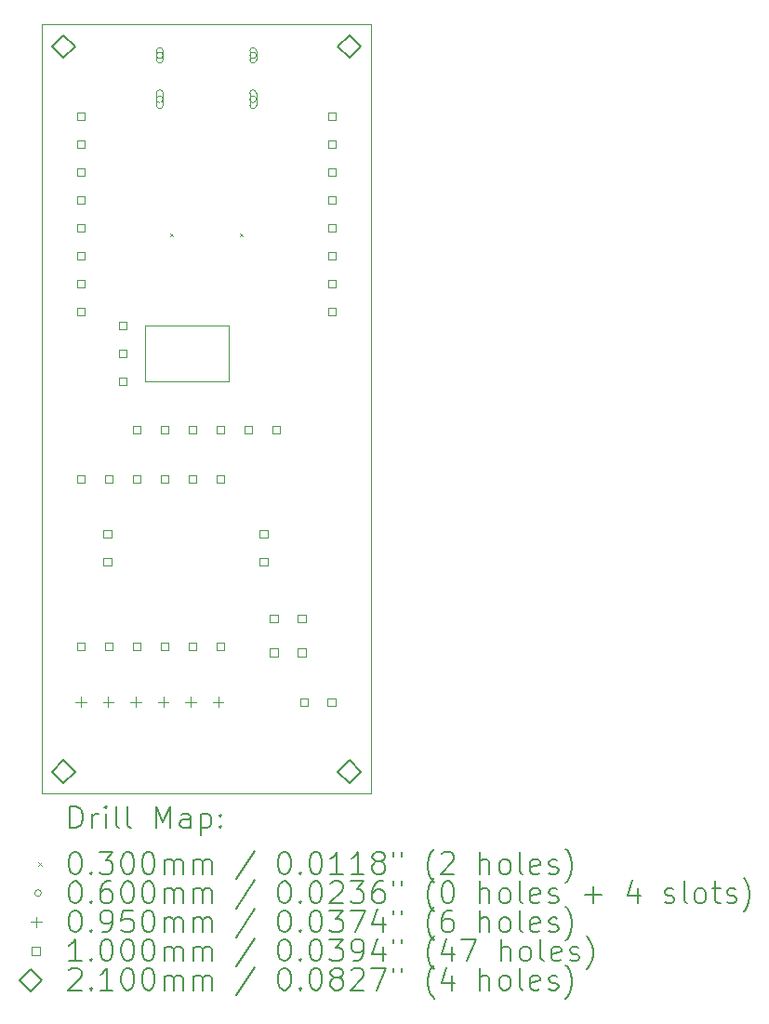
<source format=gbr>
%TF.GenerationSoftware,KiCad,Pcbnew,8.0.7*%
%TF.CreationDate,2025-02-05T23:04:45+01:00*%
%TF.ProjectId,YADCMCB,59414443-4d43-4422-9e6b-696361645f70,rev?*%
%TF.SameCoordinates,Original*%
%TF.FileFunction,Drillmap*%
%TF.FilePolarity,Positive*%
%FSLAX45Y45*%
G04 Gerber Fmt 4.5, Leading zero omitted, Abs format (unit mm)*
G04 Created by KiCad (PCBNEW 8.0.7) date 2025-02-05 23:04:45*
%MOMM*%
%LPD*%
G01*
G04 APERTURE LIST*
%ADD10C,0.050000*%
%ADD11C,0.200000*%
%ADD12C,0.100000*%
%ADD13C,0.210000*%
G04 APERTURE END LIST*
D10*
X151000Y71000D02*
X3151000Y71000D01*
X3151000Y-6929000D01*
X151000Y-6929000D01*
X151000Y71000D01*
X1091400Y-2667000D02*
X1854200Y-2667000D01*
X1854200Y-3175000D01*
X1091400Y-3175000D01*
X1091400Y-2667000D01*
D11*
D12*
X1318500Y-1826500D02*
X1348500Y-1856500D01*
X1348500Y-1826500D02*
X1318500Y-1856500D01*
X1953500Y-1826500D02*
X1983500Y-1856500D01*
X1983500Y-1826500D02*
X1953500Y-1856500D01*
X1256000Y-209000D02*
G75*
G02*
X1196000Y-209000I-30000J0D01*
G01*
X1196000Y-209000D02*
G75*
G02*
X1256000Y-209000I30000J0D01*
G01*
X1196000Y-169000D02*
X1196000Y-249000D01*
X1256000Y-249000D02*
G75*
G02*
X1196000Y-249000I-30000J0D01*
G01*
X1256000Y-249000D02*
X1256000Y-169000D01*
X1256000Y-169000D02*
G75*
G03*
X1196000Y-169000I-30000J0D01*
G01*
X1256000Y-609000D02*
G75*
G02*
X1196000Y-609000I-30000J0D01*
G01*
X1196000Y-609000D02*
G75*
G02*
X1256000Y-609000I30000J0D01*
G01*
X1196000Y-554000D02*
X1196000Y-664000D01*
X1256000Y-664000D02*
G75*
G02*
X1196000Y-664000I-30000J0D01*
G01*
X1256000Y-664000D02*
X1256000Y-554000D01*
X1256000Y-554000D02*
G75*
G03*
X1196000Y-554000I-30000J0D01*
G01*
X2106000Y-209000D02*
G75*
G02*
X2046000Y-209000I-30000J0D01*
G01*
X2046000Y-209000D02*
G75*
G02*
X2106000Y-209000I30000J0D01*
G01*
X2046000Y-169000D02*
X2046000Y-249000D01*
X2106000Y-249000D02*
G75*
G02*
X2046000Y-249000I-30000J0D01*
G01*
X2106000Y-249000D02*
X2106000Y-169000D01*
X2106000Y-169000D02*
G75*
G03*
X2046000Y-169000I-30000J0D01*
G01*
X2106000Y-609000D02*
G75*
G02*
X2046000Y-609000I-30000J0D01*
G01*
X2046000Y-609000D02*
G75*
G02*
X2106000Y-609000I30000J0D01*
G01*
X2046000Y-554000D02*
X2046000Y-664000D01*
X2106000Y-664000D02*
G75*
G02*
X2046000Y-664000I-30000J0D01*
G01*
X2106000Y-664000D02*
X2106000Y-554000D01*
X2106000Y-554000D02*
G75*
G03*
X2046000Y-554000I-30000J0D01*
G01*
X508000Y-6048500D02*
X508000Y-6143500D01*
X460500Y-6096000D02*
X555500Y-6096000D01*
X758000Y-6048500D02*
X758000Y-6143500D01*
X710500Y-6096000D02*
X805500Y-6096000D01*
X1008000Y-6048500D02*
X1008000Y-6143500D01*
X960500Y-6096000D02*
X1055500Y-6096000D01*
X1258000Y-6048500D02*
X1258000Y-6143500D01*
X1210500Y-6096000D02*
X1305500Y-6096000D01*
X1508000Y-6048500D02*
X1508000Y-6143500D01*
X1460500Y-6096000D02*
X1555500Y-6096000D01*
X1758000Y-6048500D02*
X1758000Y-6143500D01*
X1710500Y-6096000D02*
X1805500Y-6096000D01*
X543356Y-797356D02*
X543356Y-726644D01*
X472644Y-726644D01*
X472644Y-797356D01*
X543356Y-797356D01*
X543356Y-1051356D02*
X543356Y-980644D01*
X472644Y-980644D01*
X472644Y-1051356D01*
X543356Y-1051356D01*
X543356Y-1305356D02*
X543356Y-1234644D01*
X472644Y-1234644D01*
X472644Y-1305356D01*
X543356Y-1305356D01*
X543356Y-1559356D02*
X543356Y-1488644D01*
X472644Y-1488644D01*
X472644Y-1559356D01*
X543356Y-1559356D01*
X543356Y-1813356D02*
X543356Y-1742644D01*
X472644Y-1742644D01*
X472644Y-1813356D01*
X543356Y-1813356D01*
X543356Y-2067356D02*
X543356Y-1996644D01*
X472644Y-1996644D01*
X472644Y-2067356D01*
X543356Y-2067356D01*
X543356Y-2321356D02*
X543356Y-2250644D01*
X472644Y-2250644D01*
X472644Y-2321356D01*
X543356Y-2321356D01*
X543356Y-2575356D02*
X543356Y-2504644D01*
X472644Y-2504644D01*
X472644Y-2575356D01*
X543356Y-2575356D01*
X543356Y-4099356D02*
X543356Y-4028644D01*
X472644Y-4028644D01*
X472644Y-4099356D01*
X543356Y-4099356D01*
X543356Y-5623356D02*
X543356Y-5552644D01*
X472644Y-5552644D01*
X472644Y-5623356D01*
X543356Y-5623356D01*
X785856Y-4599856D02*
X785856Y-4529144D01*
X715144Y-4529144D01*
X715144Y-4599856D01*
X785856Y-4599856D01*
X785856Y-4853856D02*
X785856Y-4783144D01*
X715144Y-4783144D01*
X715144Y-4853856D01*
X785856Y-4853856D01*
X797356Y-4099356D02*
X797356Y-4028644D01*
X726644Y-4028644D01*
X726644Y-4099356D01*
X797356Y-4099356D01*
X797356Y-5623356D02*
X797356Y-5552644D01*
X726644Y-5552644D01*
X726644Y-5623356D01*
X797356Y-5623356D01*
X924356Y-2702356D02*
X924356Y-2631644D01*
X853644Y-2631644D01*
X853644Y-2702356D01*
X924356Y-2702356D01*
X924356Y-2956356D02*
X924356Y-2885644D01*
X853644Y-2885644D01*
X853644Y-2956356D01*
X924356Y-2956356D01*
X924356Y-3210356D02*
X924356Y-3139644D01*
X853644Y-3139644D01*
X853644Y-3210356D01*
X924356Y-3210356D01*
X1051356Y-3654856D02*
X1051356Y-3584144D01*
X980644Y-3584144D01*
X980644Y-3654856D01*
X1051356Y-3654856D01*
X1051356Y-4099356D02*
X1051356Y-4028644D01*
X980644Y-4028644D01*
X980644Y-4099356D01*
X1051356Y-4099356D01*
X1051356Y-5623356D02*
X1051356Y-5552644D01*
X980644Y-5552644D01*
X980644Y-5623356D01*
X1051356Y-5623356D01*
X1305356Y-3654856D02*
X1305356Y-3584144D01*
X1234644Y-3584144D01*
X1234644Y-3654856D01*
X1305356Y-3654856D01*
X1305356Y-4099356D02*
X1305356Y-4028644D01*
X1234644Y-4028644D01*
X1234644Y-4099356D01*
X1305356Y-4099356D01*
X1305356Y-5623356D02*
X1305356Y-5552644D01*
X1234644Y-5552644D01*
X1234644Y-5623356D01*
X1305356Y-5623356D01*
X1559356Y-3654856D02*
X1559356Y-3584144D01*
X1488644Y-3584144D01*
X1488644Y-3654856D01*
X1559356Y-3654856D01*
X1559356Y-4099356D02*
X1559356Y-4028644D01*
X1488644Y-4028644D01*
X1488644Y-4099356D01*
X1559356Y-4099356D01*
X1559356Y-5623356D02*
X1559356Y-5552644D01*
X1488644Y-5552644D01*
X1488644Y-5623356D01*
X1559356Y-5623356D01*
X1813356Y-3654856D02*
X1813356Y-3584144D01*
X1742644Y-3584144D01*
X1742644Y-3654856D01*
X1813356Y-3654856D01*
X1813356Y-4099356D02*
X1813356Y-4028644D01*
X1742644Y-4028644D01*
X1742644Y-4099356D01*
X1813356Y-4099356D01*
X1813356Y-5623356D02*
X1813356Y-5552644D01*
X1742644Y-5552644D01*
X1742644Y-5623356D01*
X1813356Y-5623356D01*
X2067356Y-3654856D02*
X2067356Y-3584144D01*
X1996644Y-3584144D01*
X1996644Y-3654856D01*
X2067356Y-3654856D01*
X2205856Y-4599856D02*
X2205856Y-4529144D01*
X2135144Y-4529144D01*
X2135144Y-4599856D01*
X2205856Y-4599856D01*
X2205856Y-4853856D02*
X2205856Y-4783144D01*
X2135144Y-4783144D01*
X2135144Y-4853856D01*
X2205856Y-4853856D01*
X2301856Y-5369356D02*
X2301856Y-5298644D01*
X2231144Y-5298644D01*
X2231144Y-5369356D01*
X2301856Y-5369356D01*
X2301856Y-5679356D02*
X2301856Y-5608644D01*
X2231144Y-5608644D01*
X2231144Y-5679356D01*
X2301856Y-5679356D01*
X2321356Y-3654856D02*
X2321356Y-3584144D01*
X2250644Y-3584144D01*
X2250644Y-3654856D01*
X2321356Y-3654856D01*
X2555856Y-5369356D02*
X2555856Y-5298644D01*
X2485144Y-5298644D01*
X2485144Y-5369356D01*
X2555856Y-5369356D01*
X2555856Y-5679356D02*
X2555856Y-5608644D01*
X2485144Y-5608644D01*
X2485144Y-5679356D01*
X2555856Y-5679356D01*
X2575356Y-6131356D02*
X2575356Y-6060644D01*
X2504644Y-6060644D01*
X2504644Y-6131356D01*
X2575356Y-6131356D01*
X2825356Y-6131356D02*
X2825356Y-6060644D01*
X2754644Y-6060644D01*
X2754644Y-6131356D01*
X2825356Y-6131356D01*
X2829356Y-797356D02*
X2829356Y-726644D01*
X2758644Y-726644D01*
X2758644Y-797356D01*
X2829356Y-797356D01*
X2829356Y-1051356D02*
X2829356Y-980644D01*
X2758644Y-980644D01*
X2758644Y-1051356D01*
X2829356Y-1051356D01*
X2829356Y-1305356D02*
X2829356Y-1234644D01*
X2758644Y-1234644D01*
X2758644Y-1305356D01*
X2829356Y-1305356D01*
X2829356Y-1559356D02*
X2829356Y-1488644D01*
X2758644Y-1488644D01*
X2758644Y-1559356D01*
X2829356Y-1559356D01*
X2829356Y-1813356D02*
X2829356Y-1742644D01*
X2758644Y-1742644D01*
X2758644Y-1813356D01*
X2829356Y-1813356D01*
X2829356Y-2067356D02*
X2829356Y-1996644D01*
X2758644Y-1996644D01*
X2758644Y-2067356D01*
X2829356Y-2067356D01*
X2829356Y-2321356D02*
X2829356Y-2250644D01*
X2758644Y-2250644D01*
X2758644Y-2321356D01*
X2829356Y-2321356D01*
X2829356Y-2575356D02*
X2829356Y-2504644D01*
X2758644Y-2504644D01*
X2758644Y-2575356D01*
X2829356Y-2575356D01*
D13*
X351000Y-234000D02*
X456000Y-129000D01*
X351000Y-24000D01*
X246000Y-129000D01*
X351000Y-234000D01*
X351000Y-6834000D02*
X456000Y-6729000D01*
X351000Y-6624000D01*
X246000Y-6729000D01*
X351000Y-6834000D01*
X2951000Y-234000D02*
X3056000Y-129000D01*
X2951000Y-24000D01*
X2846000Y-129000D01*
X2951000Y-234000D01*
X2951000Y-6834000D02*
X3056000Y-6729000D01*
X2951000Y-6624000D01*
X2846000Y-6729000D01*
X2951000Y-6834000D01*
D11*
X409277Y-7242984D02*
X409277Y-7042984D01*
X409277Y-7042984D02*
X456896Y-7042984D01*
X456896Y-7042984D02*
X485467Y-7052508D01*
X485467Y-7052508D02*
X504515Y-7071555D01*
X504515Y-7071555D02*
X514039Y-7090603D01*
X514039Y-7090603D02*
X523562Y-7128698D01*
X523562Y-7128698D02*
X523562Y-7157269D01*
X523562Y-7157269D02*
X514039Y-7195365D01*
X514039Y-7195365D02*
X504515Y-7214412D01*
X504515Y-7214412D02*
X485467Y-7233460D01*
X485467Y-7233460D02*
X456896Y-7242984D01*
X456896Y-7242984D02*
X409277Y-7242984D01*
X609277Y-7242984D02*
X609277Y-7109650D01*
X609277Y-7147746D02*
X618801Y-7128698D01*
X618801Y-7128698D02*
X628324Y-7119174D01*
X628324Y-7119174D02*
X647372Y-7109650D01*
X647372Y-7109650D02*
X666420Y-7109650D01*
X733086Y-7242984D02*
X733086Y-7109650D01*
X733086Y-7042984D02*
X723562Y-7052508D01*
X723562Y-7052508D02*
X733086Y-7062031D01*
X733086Y-7062031D02*
X742610Y-7052508D01*
X742610Y-7052508D02*
X733086Y-7042984D01*
X733086Y-7042984D02*
X733086Y-7062031D01*
X856896Y-7242984D02*
X837848Y-7233460D01*
X837848Y-7233460D02*
X828324Y-7214412D01*
X828324Y-7214412D02*
X828324Y-7042984D01*
X961658Y-7242984D02*
X942610Y-7233460D01*
X942610Y-7233460D02*
X933086Y-7214412D01*
X933086Y-7214412D02*
X933086Y-7042984D01*
X1190229Y-7242984D02*
X1190229Y-7042984D01*
X1190229Y-7042984D02*
X1256896Y-7185841D01*
X1256896Y-7185841D02*
X1323563Y-7042984D01*
X1323563Y-7042984D02*
X1323563Y-7242984D01*
X1504515Y-7242984D02*
X1504515Y-7138222D01*
X1504515Y-7138222D02*
X1494991Y-7119174D01*
X1494991Y-7119174D02*
X1475943Y-7109650D01*
X1475943Y-7109650D02*
X1437848Y-7109650D01*
X1437848Y-7109650D02*
X1418801Y-7119174D01*
X1504515Y-7233460D02*
X1485467Y-7242984D01*
X1485467Y-7242984D02*
X1437848Y-7242984D01*
X1437848Y-7242984D02*
X1418801Y-7233460D01*
X1418801Y-7233460D02*
X1409277Y-7214412D01*
X1409277Y-7214412D02*
X1409277Y-7195365D01*
X1409277Y-7195365D02*
X1418801Y-7176317D01*
X1418801Y-7176317D02*
X1437848Y-7166793D01*
X1437848Y-7166793D02*
X1485467Y-7166793D01*
X1485467Y-7166793D02*
X1504515Y-7157269D01*
X1599753Y-7109650D02*
X1599753Y-7309650D01*
X1599753Y-7119174D02*
X1618801Y-7109650D01*
X1618801Y-7109650D02*
X1656896Y-7109650D01*
X1656896Y-7109650D02*
X1675943Y-7119174D01*
X1675943Y-7119174D02*
X1685467Y-7128698D01*
X1685467Y-7128698D02*
X1694991Y-7147746D01*
X1694991Y-7147746D02*
X1694991Y-7204888D01*
X1694991Y-7204888D02*
X1685467Y-7223936D01*
X1685467Y-7223936D02*
X1675943Y-7233460D01*
X1675943Y-7233460D02*
X1656896Y-7242984D01*
X1656896Y-7242984D02*
X1618801Y-7242984D01*
X1618801Y-7242984D02*
X1599753Y-7233460D01*
X1780705Y-7223936D02*
X1790229Y-7233460D01*
X1790229Y-7233460D02*
X1780705Y-7242984D01*
X1780705Y-7242984D02*
X1771182Y-7233460D01*
X1771182Y-7233460D02*
X1780705Y-7223936D01*
X1780705Y-7223936D02*
X1780705Y-7242984D01*
X1780705Y-7119174D02*
X1790229Y-7128698D01*
X1790229Y-7128698D02*
X1780705Y-7138222D01*
X1780705Y-7138222D02*
X1771182Y-7128698D01*
X1771182Y-7128698D02*
X1780705Y-7119174D01*
X1780705Y-7119174D02*
X1780705Y-7138222D01*
D12*
X118500Y-7556500D02*
X148500Y-7586500D01*
X148500Y-7556500D02*
X118500Y-7586500D01*
D11*
X447372Y-7462984D02*
X466420Y-7462984D01*
X466420Y-7462984D02*
X485467Y-7472508D01*
X485467Y-7472508D02*
X494991Y-7482031D01*
X494991Y-7482031D02*
X504515Y-7501079D01*
X504515Y-7501079D02*
X514039Y-7539174D01*
X514039Y-7539174D02*
X514039Y-7586793D01*
X514039Y-7586793D02*
X504515Y-7624888D01*
X504515Y-7624888D02*
X494991Y-7643936D01*
X494991Y-7643936D02*
X485467Y-7653460D01*
X485467Y-7653460D02*
X466420Y-7662984D01*
X466420Y-7662984D02*
X447372Y-7662984D01*
X447372Y-7662984D02*
X428324Y-7653460D01*
X428324Y-7653460D02*
X418801Y-7643936D01*
X418801Y-7643936D02*
X409277Y-7624888D01*
X409277Y-7624888D02*
X399753Y-7586793D01*
X399753Y-7586793D02*
X399753Y-7539174D01*
X399753Y-7539174D02*
X409277Y-7501079D01*
X409277Y-7501079D02*
X418801Y-7482031D01*
X418801Y-7482031D02*
X428324Y-7472508D01*
X428324Y-7472508D02*
X447372Y-7462984D01*
X599753Y-7643936D02*
X609277Y-7653460D01*
X609277Y-7653460D02*
X599753Y-7662984D01*
X599753Y-7662984D02*
X590229Y-7653460D01*
X590229Y-7653460D02*
X599753Y-7643936D01*
X599753Y-7643936D02*
X599753Y-7662984D01*
X675944Y-7462984D02*
X799753Y-7462984D01*
X799753Y-7462984D02*
X733086Y-7539174D01*
X733086Y-7539174D02*
X761658Y-7539174D01*
X761658Y-7539174D02*
X780705Y-7548698D01*
X780705Y-7548698D02*
X790229Y-7558222D01*
X790229Y-7558222D02*
X799753Y-7577269D01*
X799753Y-7577269D02*
X799753Y-7624888D01*
X799753Y-7624888D02*
X790229Y-7643936D01*
X790229Y-7643936D02*
X780705Y-7653460D01*
X780705Y-7653460D02*
X761658Y-7662984D01*
X761658Y-7662984D02*
X704515Y-7662984D01*
X704515Y-7662984D02*
X685467Y-7653460D01*
X685467Y-7653460D02*
X675944Y-7643936D01*
X923562Y-7462984D02*
X942610Y-7462984D01*
X942610Y-7462984D02*
X961658Y-7472508D01*
X961658Y-7472508D02*
X971182Y-7482031D01*
X971182Y-7482031D02*
X980705Y-7501079D01*
X980705Y-7501079D02*
X990229Y-7539174D01*
X990229Y-7539174D02*
X990229Y-7586793D01*
X990229Y-7586793D02*
X980705Y-7624888D01*
X980705Y-7624888D02*
X971182Y-7643936D01*
X971182Y-7643936D02*
X961658Y-7653460D01*
X961658Y-7653460D02*
X942610Y-7662984D01*
X942610Y-7662984D02*
X923562Y-7662984D01*
X923562Y-7662984D02*
X904515Y-7653460D01*
X904515Y-7653460D02*
X894991Y-7643936D01*
X894991Y-7643936D02*
X885467Y-7624888D01*
X885467Y-7624888D02*
X875943Y-7586793D01*
X875943Y-7586793D02*
X875943Y-7539174D01*
X875943Y-7539174D02*
X885467Y-7501079D01*
X885467Y-7501079D02*
X894991Y-7482031D01*
X894991Y-7482031D02*
X904515Y-7472508D01*
X904515Y-7472508D02*
X923562Y-7462984D01*
X1114039Y-7462984D02*
X1133086Y-7462984D01*
X1133086Y-7462984D02*
X1152134Y-7472508D01*
X1152134Y-7472508D02*
X1161658Y-7482031D01*
X1161658Y-7482031D02*
X1171182Y-7501079D01*
X1171182Y-7501079D02*
X1180705Y-7539174D01*
X1180705Y-7539174D02*
X1180705Y-7586793D01*
X1180705Y-7586793D02*
X1171182Y-7624888D01*
X1171182Y-7624888D02*
X1161658Y-7643936D01*
X1161658Y-7643936D02*
X1152134Y-7653460D01*
X1152134Y-7653460D02*
X1133086Y-7662984D01*
X1133086Y-7662984D02*
X1114039Y-7662984D01*
X1114039Y-7662984D02*
X1094991Y-7653460D01*
X1094991Y-7653460D02*
X1085467Y-7643936D01*
X1085467Y-7643936D02*
X1075944Y-7624888D01*
X1075944Y-7624888D02*
X1066420Y-7586793D01*
X1066420Y-7586793D02*
X1066420Y-7539174D01*
X1066420Y-7539174D02*
X1075944Y-7501079D01*
X1075944Y-7501079D02*
X1085467Y-7482031D01*
X1085467Y-7482031D02*
X1094991Y-7472508D01*
X1094991Y-7472508D02*
X1114039Y-7462984D01*
X1266420Y-7662984D02*
X1266420Y-7529650D01*
X1266420Y-7548698D02*
X1275944Y-7539174D01*
X1275944Y-7539174D02*
X1294991Y-7529650D01*
X1294991Y-7529650D02*
X1323563Y-7529650D01*
X1323563Y-7529650D02*
X1342610Y-7539174D01*
X1342610Y-7539174D02*
X1352134Y-7558222D01*
X1352134Y-7558222D02*
X1352134Y-7662984D01*
X1352134Y-7558222D02*
X1361658Y-7539174D01*
X1361658Y-7539174D02*
X1380705Y-7529650D01*
X1380705Y-7529650D02*
X1409277Y-7529650D01*
X1409277Y-7529650D02*
X1428324Y-7539174D01*
X1428324Y-7539174D02*
X1437848Y-7558222D01*
X1437848Y-7558222D02*
X1437848Y-7662984D01*
X1533086Y-7662984D02*
X1533086Y-7529650D01*
X1533086Y-7548698D02*
X1542610Y-7539174D01*
X1542610Y-7539174D02*
X1561658Y-7529650D01*
X1561658Y-7529650D02*
X1590229Y-7529650D01*
X1590229Y-7529650D02*
X1609277Y-7539174D01*
X1609277Y-7539174D02*
X1618801Y-7558222D01*
X1618801Y-7558222D02*
X1618801Y-7662984D01*
X1618801Y-7558222D02*
X1628324Y-7539174D01*
X1628324Y-7539174D02*
X1647372Y-7529650D01*
X1647372Y-7529650D02*
X1675943Y-7529650D01*
X1675943Y-7529650D02*
X1694991Y-7539174D01*
X1694991Y-7539174D02*
X1704515Y-7558222D01*
X1704515Y-7558222D02*
X1704515Y-7662984D01*
X2094991Y-7453460D02*
X1923563Y-7710603D01*
X2352134Y-7462984D02*
X2371182Y-7462984D01*
X2371182Y-7462984D02*
X2390229Y-7472508D01*
X2390229Y-7472508D02*
X2399753Y-7482031D01*
X2399753Y-7482031D02*
X2409277Y-7501079D01*
X2409277Y-7501079D02*
X2418801Y-7539174D01*
X2418801Y-7539174D02*
X2418801Y-7586793D01*
X2418801Y-7586793D02*
X2409277Y-7624888D01*
X2409277Y-7624888D02*
X2399753Y-7643936D01*
X2399753Y-7643936D02*
X2390229Y-7653460D01*
X2390229Y-7653460D02*
X2371182Y-7662984D01*
X2371182Y-7662984D02*
X2352134Y-7662984D01*
X2352134Y-7662984D02*
X2333087Y-7653460D01*
X2333087Y-7653460D02*
X2323563Y-7643936D01*
X2323563Y-7643936D02*
X2314039Y-7624888D01*
X2314039Y-7624888D02*
X2304515Y-7586793D01*
X2304515Y-7586793D02*
X2304515Y-7539174D01*
X2304515Y-7539174D02*
X2314039Y-7501079D01*
X2314039Y-7501079D02*
X2323563Y-7482031D01*
X2323563Y-7482031D02*
X2333087Y-7472508D01*
X2333087Y-7472508D02*
X2352134Y-7462984D01*
X2504515Y-7643936D02*
X2514039Y-7653460D01*
X2514039Y-7653460D02*
X2504515Y-7662984D01*
X2504515Y-7662984D02*
X2494991Y-7653460D01*
X2494991Y-7653460D02*
X2504515Y-7643936D01*
X2504515Y-7643936D02*
X2504515Y-7662984D01*
X2637848Y-7462984D02*
X2656896Y-7462984D01*
X2656896Y-7462984D02*
X2675944Y-7472508D01*
X2675944Y-7472508D02*
X2685468Y-7482031D01*
X2685468Y-7482031D02*
X2694991Y-7501079D01*
X2694991Y-7501079D02*
X2704515Y-7539174D01*
X2704515Y-7539174D02*
X2704515Y-7586793D01*
X2704515Y-7586793D02*
X2694991Y-7624888D01*
X2694991Y-7624888D02*
X2685468Y-7643936D01*
X2685468Y-7643936D02*
X2675944Y-7653460D01*
X2675944Y-7653460D02*
X2656896Y-7662984D01*
X2656896Y-7662984D02*
X2637848Y-7662984D01*
X2637848Y-7662984D02*
X2618801Y-7653460D01*
X2618801Y-7653460D02*
X2609277Y-7643936D01*
X2609277Y-7643936D02*
X2599753Y-7624888D01*
X2599753Y-7624888D02*
X2590229Y-7586793D01*
X2590229Y-7586793D02*
X2590229Y-7539174D01*
X2590229Y-7539174D02*
X2599753Y-7501079D01*
X2599753Y-7501079D02*
X2609277Y-7482031D01*
X2609277Y-7482031D02*
X2618801Y-7472508D01*
X2618801Y-7472508D02*
X2637848Y-7462984D01*
X2894991Y-7662984D02*
X2780706Y-7662984D01*
X2837848Y-7662984D02*
X2837848Y-7462984D01*
X2837848Y-7462984D02*
X2818801Y-7491555D01*
X2818801Y-7491555D02*
X2799753Y-7510603D01*
X2799753Y-7510603D02*
X2780706Y-7520127D01*
X3085467Y-7662984D02*
X2971182Y-7662984D01*
X3028325Y-7662984D02*
X3028325Y-7462984D01*
X3028325Y-7462984D02*
X3009277Y-7491555D01*
X3009277Y-7491555D02*
X2990229Y-7510603D01*
X2990229Y-7510603D02*
X2971182Y-7520127D01*
X3199753Y-7548698D02*
X3180706Y-7539174D01*
X3180706Y-7539174D02*
X3171182Y-7529650D01*
X3171182Y-7529650D02*
X3161658Y-7510603D01*
X3161658Y-7510603D02*
X3161658Y-7501079D01*
X3161658Y-7501079D02*
X3171182Y-7482031D01*
X3171182Y-7482031D02*
X3180706Y-7472508D01*
X3180706Y-7472508D02*
X3199753Y-7462984D01*
X3199753Y-7462984D02*
X3237848Y-7462984D01*
X3237848Y-7462984D02*
X3256896Y-7472508D01*
X3256896Y-7472508D02*
X3266420Y-7482031D01*
X3266420Y-7482031D02*
X3275944Y-7501079D01*
X3275944Y-7501079D02*
X3275944Y-7510603D01*
X3275944Y-7510603D02*
X3266420Y-7529650D01*
X3266420Y-7529650D02*
X3256896Y-7539174D01*
X3256896Y-7539174D02*
X3237848Y-7548698D01*
X3237848Y-7548698D02*
X3199753Y-7548698D01*
X3199753Y-7548698D02*
X3180706Y-7558222D01*
X3180706Y-7558222D02*
X3171182Y-7567746D01*
X3171182Y-7567746D02*
X3161658Y-7586793D01*
X3161658Y-7586793D02*
X3161658Y-7624888D01*
X3161658Y-7624888D02*
X3171182Y-7643936D01*
X3171182Y-7643936D02*
X3180706Y-7653460D01*
X3180706Y-7653460D02*
X3199753Y-7662984D01*
X3199753Y-7662984D02*
X3237848Y-7662984D01*
X3237848Y-7662984D02*
X3256896Y-7653460D01*
X3256896Y-7653460D02*
X3266420Y-7643936D01*
X3266420Y-7643936D02*
X3275944Y-7624888D01*
X3275944Y-7624888D02*
X3275944Y-7586793D01*
X3275944Y-7586793D02*
X3266420Y-7567746D01*
X3266420Y-7567746D02*
X3256896Y-7558222D01*
X3256896Y-7558222D02*
X3237848Y-7548698D01*
X3352134Y-7462984D02*
X3352134Y-7501079D01*
X3428325Y-7462984D02*
X3428325Y-7501079D01*
X3723563Y-7739174D02*
X3714039Y-7729650D01*
X3714039Y-7729650D02*
X3694991Y-7701079D01*
X3694991Y-7701079D02*
X3685468Y-7682031D01*
X3685468Y-7682031D02*
X3675944Y-7653460D01*
X3675944Y-7653460D02*
X3666420Y-7605841D01*
X3666420Y-7605841D02*
X3666420Y-7567746D01*
X3666420Y-7567746D02*
X3675944Y-7520127D01*
X3675944Y-7520127D02*
X3685468Y-7491555D01*
X3685468Y-7491555D02*
X3694991Y-7472508D01*
X3694991Y-7472508D02*
X3714039Y-7443936D01*
X3714039Y-7443936D02*
X3723563Y-7434412D01*
X3790229Y-7482031D02*
X3799753Y-7472508D01*
X3799753Y-7472508D02*
X3818801Y-7462984D01*
X3818801Y-7462984D02*
X3866420Y-7462984D01*
X3866420Y-7462984D02*
X3885468Y-7472508D01*
X3885468Y-7472508D02*
X3894991Y-7482031D01*
X3894991Y-7482031D02*
X3904515Y-7501079D01*
X3904515Y-7501079D02*
X3904515Y-7520127D01*
X3904515Y-7520127D02*
X3894991Y-7548698D01*
X3894991Y-7548698D02*
X3780706Y-7662984D01*
X3780706Y-7662984D02*
X3904515Y-7662984D01*
X4142610Y-7662984D02*
X4142610Y-7462984D01*
X4228325Y-7662984D02*
X4228325Y-7558222D01*
X4228325Y-7558222D02*
X4218801Y-7539174D01*
X4218801Y-7539174D02*
X4199753Y-7529650D01*
X4199753Y-7529650D02*
X4171182Y-7529650D01*
X4171182Y-7529650D02*
X4152134Y-7539174D01*
X4152134Y-7539174D02*
X4142610Y-7548698D01*
X4352134Y-7662984D02*
X4333087Y-7653460D01*
X4333087Y-7653460D02*
X4323563Y-7643936D01*
X4323563Y-7643936D02*
X4314039Y-7624888D01*
X4314039Y-7624888D02*
X4314039Y-7567746D01*
X4314039Y-7567746D02*
X4323563Y-7548698D01*
X4323563Y-7548698D02*
X4333087Y-7539174D01*
X4333087Y-7539174D02*
X4352134Y-7529650D01*
X4352134Y-7529650D02*
X4380706Y-7529650D01*
X4380706Y-7529650D02*
X4399753Y-7539174D01*
X4399753Y-7539174D02*
X4409277Y-7548698D01*
X4409277Y-7548698D02*
X4418801Y-7567746D01*
X4418801Y-7567746D02*
X4418801Y-7624888D01*
X4418801Y-7624888D02*
X4409277Y-7643936D01*
X4409277Y-7643936D02*
X4399753Y-7653460D01*
X4399753Y-7653460D02*
X4380706Y-7662984D01*
X4380706Y-7662984D02*
X4352134Y-7662984D01*
X4533087Y-7662984D02*
X4514039Y-7653460D01*
X4514039Y-7653460D02*
X4504515Y-7634412D01*
X4504515Y-7634412D02*
X4504515Y-7462984D01*
X4685468Y-7653460D02*
X4666420Y-7662984D01*
X4666420Y-7662984D02*
X4628325Y-7662984D01*
X4628325Y-7662984D02*
X4609277Y-7653460D01*
X4609277Y-7653460D02*
X4599753Y-7634412D01*
X4599753Y-7634412D02*
X4599753Y-7558222D01*
X4599753Y-7558222D02*
X4609277Y-7539174D01*
X4609277Y-7539174D02*
X4628325Y-7529650D01*
X4628325Y-7529650D02*
X4666420Y-7529650D01*
X4666420Y-7529650D02*
X4685468Y-7539174D01*
X4685468Y-7539174D02*
X4694992Y-7558222D01*
X4694992Y-7558222D02*
X4694992Y-7577269D01*
X4694992Y-7577269D02*
X4599753Y-7596317D01*
X4771182Y-7653460D02*
X4790230Y-7662984D01*
X4790230Y-7662984D02*
X4828325Y-7662984D01*
X4828325Y-7662984D02*
X4847373Y-7653460D01*
X4847373Y-7653460D02*
X4856896Y-7634412D01*
X4856896Y-7634412D02*
X4856896Y-7624888D01*
X4856896Y-7624888D02*
X4847373Y-7605841D01*
X4847373Y-7605841D02*
X4828325Y-7596317D01*
X4828325Y-7596317D02*
X4799753Y-7596317D01*
X4799753Y-7596317D02*
X4780706Y-7586793D01*
X4780706Y-7586793D02*
X4771182Y-7567746D01*
X4771182Y-7567746D02*
X4771182Y-7558222D01*
X4771182Y-7558222D02*
X4780706Y-7539174D01*
X4780706Y-7539174D02*
X4799753Y-7529650D01*
X4799753Y-7529650D02*
X4828325Y-7529650D01*
X4828325Y-7529650D02*
X4847373Y-7539174D01*
X4923563Y-7739174D02*
X4933087Y-7729650D01*
X4933087Y-7729650D02*
X4952134Y-7701079D01*
X4952134Y-7701079D02*
X4961658Y-7682031D01*
X4961658Y-7682031D02*
X4971182Y-7653460D01*
X4971182Y-7653460D02*
X4980706Y-7605841D01*
X4980706Y-7605841D02*
X4980706Y-7567746D01*
X4980706Y-7567746D02*
X4971182Y-7520127D01*
X4971182Y-7520127D02*
X4961658Y-7491555D01*
X4961658Y-7491555D02*
X4952134Y-7472508D01*
X4952134Y-7472508D02*
X4933087Y-7443936D01*
X4933087Y-7443936D02*
X4923563Y-7434412D01*
D12*
X148500Y-7835500D02*
G75*
G02*
X88500Y-7835500I-30000J0D01*
G01*
X88500Y-7835500D02*
G75*
G02*
X148500Y-7835500I30000J0D01*
G01*
D11*
X447372Y-7726984D02*
X466420Y-7726984D01*
X466420Y-7726984D02*
X485467Y-7736508D01*
X485467Y-7736508D02*
X494991Y-7746031D01*
X494991Y-7746031D02*
X504515Y-7765079D01*
X504515Y-7765079D02*
X514039Y-7803174D01*
X514039Y-7803174D02*
X514039Y-7850793D01*
X514039Y-7850793D02*
X504515Y-7888888D01*
X504515Y-7888888D02*
X494991Y-7907936D01*
X494991Y-7907936D02*
X485467Y-7917460D01*
X485467Y-7917460D02*
X466420Y-7926984D01*
X466420Y-7926984D02*
X447372Y-7926984D01*
X447372Y-7926984D02*
X428324Y-7917460D01*
X428324Y-7917460D02*
X418801Y-7907936D01*
X418801Y-7907936D02*
X409277Y-7888888D01*
X409277Y-7888888D02*
X399753Y-7850793D01*
X399753Y-7850793D02*
X399753Y-7803174D01*
X399753Y-7803174D02*
X409277Y-7765079D01*
X409277Y-7765079D02*
X418801Y-7746031D01*
X418801Y-7746031D02*
X428324Y-7736508D01*
X428324Y-7736508D02*
X447372Y-7726984D01*
X599753Y-7907936D02*
X609277Y-7917460D01*
X609277Y-7917460D02*
X599753Y-7926984D01*
X599753Y-7926984D02*
X590229Y-7917460D01*
X590229Y-7917460D02*
X599753Y-7907936D01*
X599753Y-7907936D02*
X599753Y-7926984D01*
X780705Y-7726984D02*
X742610Y-7726984D01*
X742610Y-7726984D02*
X723562Y-7736508D01*
X723562Y-7736508D02*
X714039Y-7746031D01*
X714039Y-7746031D02*
X694991Y-7774603D01*
X694991Y-7774603D02*
X685467Y-7812698D01*
X685467Y-7812698D02*
X685467Y-7888888D01*
X685467Y-7888888D02*
X694991Y-7907936D01*
X694991Y-7907936D02*
X704515Y-7917460D01*
X704515Y-7917460D02*
X723562Y-7926984D01*
X723562Y-7926984D02*
X761658Y-7926984D01*
X761658Y-7926984D02*
X780705Y-7917460D01*
X780705Y-7917460D02*
X790229Y-7907936D01*
X790229Y-7907936D02*
X799753Y-7888888D01*
X799753Y-7888888D02*
X799753Y-7841269D01*
X799753Y-7841269D02*
X790229Y-7822222D01*
X790229Y-7822222D02*
X780705Y-7812698D01*
X780705Y-7812698D02*
X761658Y-7803174D01*
X761658Y-7803174D02*
X723562Y-7803174D01*
X723562Y-7803174D02*
X704515Y-7812698D01*
X704515Y-7812698D02*
X694991Y-7822222D01*
X694991Y-7822222D02*
X685467Y-7841269D01*
X923562Y-7726984D02*
X942610Y-7726984D01*
X942610Y-7726984D02*
X961658Y-7736508D01*
X961658Y-7736508D02*
X971182Y-7746031D01*
X971182Y-7746031D02*
X980705Y-7765079D01*
X980705Y-7765079D02*
X990229Y-7803174D01*
X990229Y-7803174D02*
X990229Y-7850793D01*
X990229Y-7850793D02*
X980705Y-7888888D01*
X980705Y-7888888D02*
X971182Y-7907936D01*
X971182Y-7907936D02*
X961658Y-7917460D01*
X961658Y-7917460D02*
X942610Y-7926984D01*
X942610Y-7926984D02*
X923562Y-7926984D01*
X923562Y-7926984D02*
X904515Y-7917460D01*
X904515Y-7917460D02*
X894991Y-7907936D01*
X894991Y-7907936D02*
X885467Y-7888888D01*
X885467Y-7888888D02*
X875943Y-7850793D01*
X875943Y-7850793D02*
X875943Y-7803174D01*
X875943Y-7803174D02*
X885467Y-7765079D01*
X885467Y-7765079D02*
X894991Y-7746031D01*
X894991Y-7746031D02*
X904515Y-7736508D01*
X904515Y-7736508D02*
X923562Y-7726984D01*
X1114039Y-7726984D02*
X1133086Y-7726984D01*
X1133086Y-7726984D02*
X1152134Y-7736508D01*
X1152134Y-7736508D02*
X1161658Y-7746031D01*
X1161658Y-7746031D02*
X1171182Y-7765079D01*
X1171182Y-7765079D02*
X1180705Y-7803174D01*
X1180705Y-7803174D02*
X1180705Y-7850793D01*
X1180705Y-7850793D02*
X1171182Y-7888888D01*
X1171182Y-7888888D02*
X1161658Y-7907936D01*
X1161658Y-7907936D02*
X1152134Y-7917460D01*
X1152134Y-7917460D02*
X1133086Y-7926984D01*
X1133086Y-7926984D02*
X1114039Y-7926984D01*
X1114039Y-7926984D02*
X1094991Y-7917460D01*
X1094991Y-7917460D02*
X1085467Y-7907936D01*
X1085467Y-7907936D02*
X1075944Y-7888888D01*
X1075944Y-7888888D02*
X1066420Y-7850793D01*
X1066420Y-7850793D02*
X1066420Y-7803174D01*
X1066420Y-7803174D02*
X1075944Y-7765079D01*
X1075944Y-7765079D02*
X1085467Y-7746031D01*
X1085467Y-7746031D02*
X1094991Y-7736508D01*
X1094991Y-7736508D02*
X1114039Y-7726984D01*
X1266420Y-7926984D02*
X1266420Y-7793650D01*
X1266420Y-7812698D02*
X1275944Y-7803174D01*
X1275944Y-7803174D02*
X1294991Y-7793650D01*
X1294991Y-7793650D02*
X1323563Y-7793650D01*
X1323563Y-7793650D02*
X1342610Y-7803174D01*
X1342610Y-7803174D02*
X1352134Y-7822222D01*
X1352134Y-7822222D02*
X1352134Y-7926984D01*
X1352134Y-7822222D02*
X1361658Y-7803174D01*
X1361658Y-7803174D02*
X1380705Y-7793650D01*
X1380705Y-7793650D02*
X1409277Y-7793650D01*
X1409277Y-7793650D02*
X1428324Y-7803174D01*
X1428324Y-7803174D02*
X1437848Y-7822222D01*
X1437848Y-7822222D02*
X1437848Y-7926984D01*
X1533086Y-7926984D02*
X1533086Y-7793650D01*
X1533086Y-7812698D02*
X1542610Y-7803174D01*
X1542610Y-7803174D02*
X1561658Y-7793650D01*
X1561658Y-7793650D02*
X1590229Y-7793650D01*
X1590229Y-7793650D02*
X1609277Y-7803174D01*
X1609277Y-7803174D02*
X1618801Y-7822222D01*
X1618801Y-7822222D02*
X1618801Y-7926984D01*
X1618801Y-7822222D02*
X1628324Y-7803174D01*
X1628324Y-7803174D02*
X1647372Y-7793650D01*
X1647372Y-7793650D02*
X1675943Y-7793650D01*
X1675943Y-7793650D02*
X1694991Y-7803174D01*
X1694991Y-7803174D02*
X1704515Y-7822222D01*
X1704515Y-7822222D02*
X1704515Y-7926984D01*
X2094991Y-7717460D02*
X1923563Y-7974603D01*
X2352134Y-7726984D02*
X2371182Y-7726984D01*
X2371182Y-7726984D02*
X2390229Y-7736508D01*
X2390229Y-7736508D02*
X2399753Y-7746031D01*
X2399753Y-7746031D02*
X2409277Y-7765079D01*
X2409277Y-7765079D02*
X2418801Y-7803174D01*
X2418801Y-7803174D02*
X2418801Y-7850793D01*
X2418801Y-7850793D02*
X2409277Y-7888888D01*
X2409277Y-7888888D02*
X2399753Y-7907936D01*
X2399753Y-7907936D02*
X2390229Y-7917460D01*
X2390229Y-7917460D02*
X2371182Y-7926984D01*
X2371182Y-7926984D02*
X2352134Y-7926984D01*
X2352134Y-7926984D02*
X2333087Y-7917460D01*
X2333087Y-7917460D02*
X2323563Y-7907936D01*
X2323563Y-7907936D02*
X2314039Y-7888888D01*
X2314039Y-7888888D02*
X2304515Y-7850793D01*
X2304515Y-7850793D02*
X2304515Y-7803174D01*
X2304515Y-7803174D02*
X2314039Y-7765079D01*
X2314039Y-7765079D02*
X2323563Y-7746031D01*
X2323563Y-7746031D02*
X2333087Y-7736508D01*
X2333087Y-7736508D02*
X2352134Y-7726984D01*
X2504515Y-7907936D02*
X2514039Y-7917460D01*
X2514039Y-7917460D02*
X2504515Y-7926984D01*
X2504515Y-7926984D02*
X2494991Y-7917460D01*
X2494991Y-7917460D02*
X2504515Y-7907936D01*
X2504515Y-7907936D02*
X2504515Y-7926984D01*
X2637848Y-7726984D02*
X2656896Y-7726984D01*
X2656896Y-7726984D02*
X2675944Y-7736508D01*
X2675944Y-7736508D02*
X2685468Y-7746031D01*
X2685468Y-7746031D02*
X2694991Y-7765079D01*
X2694991Y-7765079D02*
X2704515Y-7803174D01*
X2704515Y-7803174D02*
X2704515Y-7850793D01*
X2704515Y-7850793D02*
X2694991Y-7888888D01*
X2694991Y-7888888D02*
X2685468Y-7907936D01*
X2685468Y-7907936D02*
X2675944Y-7917460D01*
X2675944Y-7917460D02*
X2656896Y-7926984D01*
X2656896Y-7926984D02*
X2637848Y-7926984D01*
X2637848Y-7926984D02*
X2618801Y-7917460D01*
X2618801Y-7917460D02*
X2609277Y-7907936D01*
X2609277Y-7907936D02*
X2599753Y-7888888D01*
X2599753Y-7888888D02*
X2590229Y-7850793D01*
X2590229Y-7850793D02*
X2590229Y-7803174D01*
X2590229Y-7803174D02*
X2599753Y-7765079D01*
X2599753Y-7765079D02*
X2609277Y-7746031D01*
X2609277Y-7746031D02*
X2618801Y-7736508D01*
X2618801Y-7736508D02*
X2637848Y-7726984D01*
X2780706Y-7746031D02*
X2790229Y-7736508D01*
X2790229Y-7736508D02*
X2809277Y-7726984D01*
X2809277Y-7726984D02*
X2856896Y-7726984D01*
X2856896Y-7726984D02*
X2875944Y-7736508D01*
X2875944Y-7736508D02*
X2885467Y-7746031D01*
X2885467Y-7746031D02*
X2894991Y-7765079D01*
X2894991Y-7765079D02*
X2894991Y-7784127D01*
X2894991Y-7784127D02*
X2885467Y-7812698D01*
X2885467Y-7812698D02*
X2771182Y-7926984D01*
X2771182Y-7926984D02*
X2894991Y-7926984D01*
X2961658Y-7726984D02*
X3085467Y-7726984D01*
X3085467Y-7726984D02*
X3018801Y-7803174D01*
X3018801Y-7803174D02*
X3047372Y-7803174D01*
X3047372Y-7803174D02*
X3066420Y-7812698D01*
X3066420Y-7812698D02*
X3075944Y-7822222D01*
X3075944Y-7822222D02*
X3085467Y-7841269D01*
X3085467Y-7841269D02*
X3085467Y-7888888D01*
X3085467Y-7888888D02*
X3075944Y-7907936D01*
X3075944Y-7907936D02*
X3066420Y-7917460D01*
X3066420Y-7917460D02*
X3047372Y-7926984D01*
X3047372Y-7926984D02*
X2990229Y-7926984D01*
X2990229Y-7926984D02*
X2971182Y-7917460D01*
X2971182Y-7917460D02*
X2961658Y-7907936D01*
X3256896Y-7726984D02*
X3218801Y-7726984D01*
X3218801Y-7726984D02*
X3199753Y-7736508D01*
X3199753Y-7736508D02*
X3190229Y-7746031D01*
X3190229Y-7746031D02*
X3171182Y-7774603D01*
X3171182Y-7774603D02*
X3161658Y-7812698D01*
X3161658Y-7812698D02*
X3161658Y-7888888D01*
X3161658Y-7888888D02*
X3171182Y-7907936D01*
X3171182Y-7907936D02*
X3180706Y-7917460D01*
X3180706Y-7917460D02*
X3199753Y-7926984D01*
X3199753Y-7926984D02*
X3237848Y-7926984D01*
X3237848Y-7926984D02*
X3256896Y-7917460D01*
X3256896Y-7917460D02*
X3266420Y-7907936D01*
X3266420Y-7907936D02*
X3275944Y-7888888D01*
X3275944Y-7888888D02*
X3275944Y-7841269D01*
X3275944Y-7841269D02*
X3266420Y-7822222D01*
X3266420Y-7822222D02*
X3256896Y-7812698D01*
X3256896Y-7812698D02*
X3237848Y-7803174D01*
X3237848Y-7803174D02*
X3199753Y-7803174D01*
X3199753Y-7803174D02*
X3180706Y-7812698D01*
X3180706Y-7812698D02*
X3171182Y-7822222D01*
X3171182Y-7822222D02*
X3161658Y-7841269D01*
X3352134Y-7726984D02*
X3352134Y-7765079D01*
X3428325Y-7726984D02*
X3428325Y-7765079D01*
X3723563Y-8003174D02*
X3714039Y-7993650D01*
X3714039Y-7993650D02*
X3694991Y-7965079D01*
X3694991Y-7965079D02*
X3685468Y-7946031D01*
X3685468Y-7946031D02*
X3675944Y-7917460D01*
X3675944Y-7917460D02*
X3666420Y-7869841D01*
X3666420Y-7869841D02*
X3666420Y-7831746D01*
X3666420Y-7831746D02*
X3675944Y-7784127D01*
X3675944Y-7784127D02*
X3685468Y-7755555D01*
X3685468Y-7755555D02*
X3694991Y-7736508D01*
X3694991Y-7736508D02*
X3714039Y-7707936D01*
X3714039Y-7707936D02*
X3723563Y-7698412D01*
X3837848Y-7726984D02*
X3856896Y-7726984D01*
X3856896Y-7726984D02*
X3875944Y-7736508D01*
X3875944Y-7736508D02*
X3885468Y-7746031D01*
X3885468Y-7746031D02*
X3894991Y-7765079D01*
X3894991Y-7765079D02*
X3904515Y-7803174D01*
X3904515Y-7803174D02*
X3904515Y-7850793D01*
X3904515Y-7850793D02*
X3894991Y-7888888D01*
X3894991Y-7888888D02*
X3885468Y-7907936D01*
X3885468Y-7907936D02*
X3875944Y-7917460D01*
X3875944Y-7917460D02*
X3856896Y-7926984D01*
X3856896Y-7926984D02*
X3837848Y-7926984D01*
X3837848Y-7926984D02*
X3818801Y-7917460D01*
X3818801Y-7917460D02*
X3809277Y-7907936D01*
X3809277Y-7907936D02*
X3799753Y-7888888D01*
X3799753Y-7888888D02*
X3790229Y-7850793D01*
X3790229Y-7850793D02*
X3790229Y-7803174D01*
X3790229Y-7803174D02*
X3799753Y-7765079D01*
X3799753Y-7765079D02*
X3809277Y-7746031D01*
X3809277Y-7746031D02*
X3818801Y-7736508D01*
X3818801Y-7736508D02*
X3837848Y-7726984D01*
X4142610Y-7926984D02*
X4142610Y-7726984D01*
X4228325Y-7926984D02*
X4228325Y-7822222D01*
X4228325Y-7822222D02*
X4218801Y-7803174D01*
X4218801Y-7803174D02*
X4199753Y-7793650D01*
X4199753Y-7793650D02*
X4171182Y-7793650D01*
X4171182Y-7793650D02*
X4152134Y-7803174D01*
X4152134Y-7803174D02*
X4142610Y-7812698D01*
X4352134Y-7926984D02*
X4333087Y-7917460D01*
X4333087Y-7917460D02*
X4323563Y-7907936D01*
X4323563Y-7907936D02*
X4314039Y-7888888D01*
X4314039Y-7888888D02*
X4314039Y-7831746D01*
X4314039Y-7831746D02*
X4323563Y-7812698D01*
X4323563Y-7812698D02*
X4333087Y-7803174D01*
X4333087Y-7803174D02*
X4352134Y-7793650D01*
X4352134Y-7793650D02*
X4380706Y-7793650D01*
X4380706Y-7793650D02*
X4399753Y-7803174D01*
X4399753Y-7803174D02*
X4409277Y-7812698D01*
X4409277Y-7812698D02*
X4418801Y-7831746D01*
X4418801Y-7831746D02*
X4418801Y-7888888D01*
X4418801Y-7888888D02*
X4409277Y-7907936D01*
X4409277Y-7907936D02*
X4399753Y-7917460D01*
X4399753Y-7917460D02*
X4380706Y-7926984D01*
X4380706Y-7926984D02*
X4352134Y-7926984D01*
X4533087Y-7926984D02*
X4514039Y-7917460D01*
X4514039Y-7917460D02*
X4504515Y-7898412D01*
X4504515Y-7898412D02*
X4504515Y-7726984D01*
X4685468Y-7917460D02*
X4666420Y-7926984D01*
X4666420Y-7926984D02*
X4628325Y-7926984D01*
X4628325Y-7926984D02*
X4609277Y-7917460D01*
X4609277Y-7917460D02*
X4599753Y-7898412D01*
X4599753Y-7898412D02*
X4599753Y-7822222D01*
X4599753Y-7822222D02*
X4609277Y-7803174D01*
X4609277Y-7803174D02*
X4628325Y-7793650D01*
X4628325Y-7793650D02*
X4666420Y-7793650D01*
X4666420Y-7793650D02*
X4685468Y-7803174D01*
X4685468Y-7803174D02*
X4694992Y-7822222D01*
X4694992Y-7822222D02*
X4694992Y-7841269D01*
X4694992Y-7841269D02*
X4599753Y-7860317D01*
X4771182Y-7917460D02*
X4790230Y-7926984D01*
X4790230Y-7926984D02*
X4828325Y-7926984D01*
X4828325Y-7926984D02*
X4847373Y-7917460D01*
X4847373Y-7917460D02*
X4856896Y-7898412D01*
X4856896Y-7898412D02*
X4856896Y-7888888D01*
X4856896Y-7888888D02*
X4847373Y-7869841D01*
X4847373Y-7869841D02*
X4828325Y-7860317D01*
X4828325Y-7860317D02*
X4799753Y-7860317D01*
X4799753Y-7860317D02*
X4780706Y-7850793D01*
X4780706Y-7850793D02*
X4771182Y-7831746D01*
X4771182Y-7831746D02*
X4771182Y-7822222D01*
X4771182Y-7822222D02*
X4780706Y-7803174D01*
X4780706Y-7803174D02*
X4799753Y-7793650D01*
X4799753Y-7793650D02*
X4828325Y-7793650D01*
X4828325Y-7793650D02*
X4847373Y-7803174D01*
X5094992Y-7850793D02*
X5247373Y-7850793D01*
X5171182Y-7926984D02*
X5171182Y-7774603D01*
X5580706Y-7793650D02*
X5580706Y-7926984D01*
X5533087Y-7717460D02*
X5485468Y-7860317D01*
X5485468Y-7860317D02*
X5609277Y-7860317D01*
X5828325Y-7917460D02*
X5847373Y-7926984D01*
X5847373Y-7926984D02*
X5885468Y-7926984D01*
X5885468Y-7926984D02*
X5904515Y-7917460D01*
X5904515Y-7917460D02*
X5914039Y-7898412D01*
X5914039Y-7898412D02*
X5914039Y-7888888D01*
X5914039Y-7888888D02*
X5904515Y-7869841D01*
X5904515Y-7869841D02*
X5885468Y-7860317D01*
X5885468Y-7860317D02*
X5856896Y-7860317D01*
X5856896Y-7860317D02*
X5837849Y-7850793D01*
X5837849Y-7850793D02*
X5828325Y-7831746D01*
X5828325Y-7831746D02*
X5828325Y-7822222D01*
X5828325Y-7822222D02*
X5837849Y-7803174D01*
X5837849Y-7803174D02*
X5856896Y-7793650D01*
X5856896Y-7793650D02*
X5885468Y-7793650D01*
X5885468Y-7793650D02*
X5904515Y-7803174D01*
X6028325Y-7926984D02*
X6009277Y-7917460D01*
X6009277Y-7917460D02*
X5999754Y-7898412D01*
X5999754Y-7898412D02*
X5999754Y-7726984D01*
X6133087Y-7926984D02*
X6114039Y-7917460D01*
X6114039Y-7917460D02*
X6104515Y-7907936D01*
X6104515Y-7907936D02*
X6094992Y-7888888D01*
X6094992Y-7888888D02*
X6094992Y-7831746D01*
X6094992Y-7831746D02*
X6104515Y-7812698D01*
X6104515Y-7812698D02*
X6114039Y-7803174D01*
X6114039Y-7803174D02*
X6133087Y-7793650D01*
X6133087Y-7793650D02*
X6161658Y-7793650D01*
X6161658Y-7793650D02*
X6180706Y-7803174D01*
X6180706Y-7803174D02*
X6190230Y-7812698D01*
X6190230Y-7812698D02*
X6199754Y-7831746D01*
X6199754Y-7831746D02*
X6199754Y-7888888D01*
X6199754Y-7888888D02*
X6190230Y-7907936D01*
X6190230Y-7907936D02*
X6180706Y-7917460D01*
X6180706Y-7917460D02*
X6161658Y-7926984D01*
X6161658Y-7926984D02*
X6133087Y-7926984D01*
X6256896Y-7793650D02*
X6333087Y-7793650D01*
X6285468Y-7726984D02*
X6285468Y-7898412D01*
X6285468Y-7898412D02*
X6294992Y-7917460D01*
X6294992Y-7917460D02*
X6314039Y-7926984D01*
X6314039Y-7926984D02*
X6333087Y-7926984D01*
X6390230Y-7917460D02*
X6409277Y-7926984D01*
X6409277Y-7926984D02*
X6447373Y-7926984D01*
X6447373Y-7926984D02*
X6466420Y-7917460D01*
X6466420Y-7917460D02*
X6475944Y-7898412D01*
X6475944Y-7898412D02*
X6475944Y-7888888D01*
X6475944Y-7888888D02*
X6466420Y-7869841D01*
X6466420Y-7869841D02*
X6447373Y-7860317D01*
X6447373Y-7860317D02*
X6418801Y-7860317D01*
X6418801Y-7860317D02*
X6399754Y-7850793D01*
X6399754Y-7850793D02*
X6390230Y-7831746D01*
X6390230Y-7831746D02*
X6390230Y-7822222D01*
X6390230Y-7822222D02*
X6399754Y-7803174D01*
X6399754Y-7803174D02*
X6418801Y-7793650D01*
X6418801Y-7793650D02*
X6447373Y-7793650D01*
X6447373Y-7793650D02*
X6466420Y-7803174D01*
X6542611Y-8003174D02*
X6552135Y-7993650D01*
X6552135Y-7993650D02*
X6571182Y-7965079D01*
X6571182Y-7965079D02*
X6580706Y-7946031D01*
X6580706Y-7946031D02*
X6590230Y-7917460D01*
X6590230Y-7917460D02*
X6599754Y-7869841D01*
X6599754Y-7869841D02*
X6599754Y-7831746D01*
X6599754Y-7831746D02*
X6590230Y-7784127D01*
X6590230Y-7784127D02*
X6580706Y-7755555D01*
X6580706Y-7755555D02*
X6571182Y-7736508D01*
X6571182Y-7736508D02*
X6552135Y-7707936D01*
X6552135Y-7707936D02*
X6542611Y-7698412D01*
D12*
X101000Y-8052000D02*
X101000Y-8147000D01*
X53500Y-8099500D02*
X148500Y-8099500D01*
D11*
X447372Y-7990984D02*
X466420Y-7990984D01*
X466420Y-7990984D02*
X485467Y-8000508D01*
X485467Y-8000508D02*
X494991Y-8010031D01*
X494991Y-8010031D02*
X504515Y-8029079D01*
X504515Y-8029079D02*
X514039Y-8067174D01*
X514039Y-8067174D02*
X514039Y-8114793D01*
X514039Y-8114793D02*
X504515Y-8152888D01*
X504515Y-8152888D02*
X494991Y-8171936D01*
X494991Y-8171936D02*
X485467Y-8181460D01*
X485467Y-8181460D02*
X466420Y-8190984D01*
X466420Y-8190984D02*
X447372Y-8190984D01*
X447372Y-8190984D02*
X428324Y-8181460D01*
X428324Y-8181460D02*
X418801Y-8171936D01*
X418801Y-8171936D02*
X409277Y-8152888D01*
X409277Y-8152888D02*
X399753Y-8114793D01*
X399753Y-8114793D02*
X399753Y-8067174D01*
X399753Y-8067174D02*
X409277Y-8029079D01*
X409277Y-8029079D02*
X418801Y-8010031D01*
X418801Y-8010031D02*
X428324Y-8000508D01*
X428324Y-8000508D02*
X447372Y-7990984D01*
X599753Y-8171936D02*
X609277Y-8181460D01*
X609277Y-8181460D02*
X599753Y-8190984D01*
X599753Y-8190984D02*
X590229Y-8181460D01*
X590229Y-8181460D02*
X599753Y-8171936D01*
X599753Y-8171936D02*
X599753Y-8190984D01*
X704515Y-8190984D02*
X742610Y-8190984D01*
X742610Y-8190984D02*
X761658Y-8181460D01*
X761658Y-8181460D02*
X771182Y-8171936D01*
X771182Y-8171936D02*
X790229Y-8143365D01*
X790229Y-8143365D02*
X799753Y-8105269D01*
X799753Y-8105269D02*
X799753Y-8029079D01*
X799753Y-8029079D02*
X790229Y-8010031D01*
X790229Y-8010031D02*
X780705Y-8000508D01*
X780705Y-8000508D02*
X761658Y-7990984D01*
X761658Y-7990984D02*
X723562Y-7990984D01*
X723562Y-7990984D02*
X704515Y-8000508D01*
X704515Y-8000508D02*
X694991Y-8010031D01*
X694991Y-8010031D02*
X685467Y-8029079D01*
X685467Y-8029079D02*
X685467Y-8076698D01*
X685467Y-8076698D02*
X694991Y-8095746D01*
X694991Y-8095746D02*
X704515Y-8105269D01*
X704515Y-8105269D02*
X723562Y-8114793D01*
X723562Y-8114793D02*
X761658Y-8114793D01*
X761658Y-8114793D02*
X780705Y-8105269D01*
X780705Y-8105269D02*
X790229Y-8095746D01*
X790229Y-8095746D02*
X799753Y-8076698D01*
X980705Y-7990984D02*
X885467Y-7990984D01*
X885467Y-7990984D02*
X875943Y-8086222D01*
X875943Y-8086222D02*
X885467Y-8076698D01*
X885467Y-8076698D02*
X904515Y-8067174D01*
X904515Y-8067174D02*
X952134Y-8067174D01*
X952134Y-8067174D02*
X971182Y-8076698D01*
X971182Y-8076698D02*
X980705Y-8086222D01*
X980705Y-8086222D02*
X990229Y-8105269D01*
X990229Y-8105269D02*
X990229Y-8152888D01*
X990229Y-8152888D02*
X980705Y-8171936D01*
X980705Y-8171936D02*
X971182Y-8181460D01*
X971182Y-8181460D02*
X952134Y-8190984D01*
X952134Y-8190984D02*
X904515Y-8190984D01*
X904515Y-8190984D02*
X885467Y-8181460D01*
X885467Y-8181460D02*
X875943Y-8171936D01*
X1114039Y-7990984D02*
X1133086Y-7990984D01*
X1133086Y-7990984D02*
X1152134Y-8000508D01*
X1152134Y-8000508D02*
X1161658Y-8010031D01*
X1161658Y-8010031D02*
X1171182Y-8029079D01*
X1171182Y-8029079D02*
X1180705Y-8067174D01*
X1180705Y-8067174D02*
X1180705Y-8114793D01*
X1180705Y-8114793D02*
X1171182Y-8152888D01*
X1171182Y-8152888D02*
X1161658Y-8171936D01*
X1161658Y-8171936D02*
X1152134Y-8181460D01*
X1152134Y-8181460D02*
X1133086Y-8190984D01*
X1133086Y-8190984D02*
X1114039Y-8190984D01*
X1114039Y-8190984D02*
X1094991Y-8181460D01*
X1094991Y-8181460D02*
X1085467Y-8171936D01*
X1085467Y-8171936D02*
X1075944Y-8152888D01*
X1075944Y-8152888D02*
X1066420Y-8114793D01*
X1066420Y-8114793D02*
X1066420Y-8067174D01*
X1066420Y-8067174D02*
X1075944Y-8029079D01*
X1075944Y-8029079D02*
X1085467Y-8010031D01*
X1085467Y-8010031D02*
X1094991Y-8000508D01*
X1094991Y-8000508D02*
X1114039Y-7990984D01*
X1266420Y-8190984D02*
X1266420Y-8057650D01*
X1266420Y-8076698D02*
X1275944Y-8067174D01*
X1275944Y-8067174D02*
X1294991Y-8057650D01*
X1294991Y-8057650D02*
X1323563Y-8057650D01*
X1323563Y-8057650D02*
X1342610Y-8067174D01*
X1342610Y-8067174D02*
X1352134Y-8086222D01*
X1352134Y-8086222D02*
X1352134Y-8190984D01*
X1352134Y-8086222D02*
X1361658Y-8067174D01*
X1361658Y-8067174D02*
X1380705Y-8057650D01*
X1380705Y-8057650D02*
X1409277Y-8057650D01*
X1409277Y-8057650D02*
X1428324Y-8067174D01*
X1428324Y-8067174D02*
X1437848Y-8086222D01*
X1437848Y-8086222D02*
X1437848Y-8190984D01*
X1533086Y-8190984D02*
X1533086Y-8057650D01*
X1533086Y-8076698D02*
X1542610Y-8067174D01*
X1542610Y-8067174D02*
X1561658Y-8057650D01*
X1561658Y-8057650D02*
X1590229Y-8057650D01*
X1590229Y-8057650D02*
X1609277Y-8067174D01*
X1609277Y-8067174D02*
X1618801Y-8086222D01*
X1618801Y-8086222D02*
X1618801Y-8190984D01*
X1618801Y-8086222D02*
X1628324Y-8067174D01*
X1628324Y-8067174D02*
X1647372Y-8057650D01*
X1647372Y-8057650D02*
X1675943Y-8057650D01*
X1675943Y-8057650D02*
X1694991Y-8067174D01*
X1694991Y-8067174D02*
X1704515Y-8086222D01*
X1704515Y-8086222D02*
X1704515Y-8190984D01*
X2094991Y-7981460D02*
X1923563Y-8238603D01*
X2352134Y-7990984D02*
X2371182Y-7990984D01*
X2371182Y-7990984D02*
X2390229Y-8000508D01*
X2390229Y-8000508D02*
X2399753Y-8010031D01*
X2399753Y-8010031D02*
X2409277Y-8029079D01*
X2409277Y-8029079D02*
X2418801Y-8067174D01*
X2418801Y-8067174D02*
X2418801Y-8114793D01*
X2418801Y-8114793D02*
X2409277Y-8152888D01*
X2409277Y-8152888D02*
X2399753Y-8171936D01*
X2399753Y-8171936D02*
X2390229Y-8181460D01*
X2390229Y-8181460D02*
X2371182Y-8190984D01*
X2371182Y-8190984D02*
X2352134Y-8190984D01*
X2352134Y-8190984D02*
X2333087Y-8181460D01*
X2333087Y-8181460D02*
X2323563Y-8171936D01*
X2323563Y-8171936D02*
X2314039Y-8152888D01*
X2314039Y-8152888D02*
X2304515Y-8114793D01*
X2304515Y-8114793D02*
X2304515Y-8067174D01*
X2304515Y-8067174D02*
X2314039Y-8029079D01*
X2314039Y-8029079D02*
X2323563Y-8010031D01*
X2323563Y-8010031D02*
X2333087Y-8000508D01*
X2333087Y-8000508D02*
X2352134Y-7990984D01*
X2504515Y-8171936D02*
X2514039Y-8181460D01*
X2514039Y-8181460D02*
X2504515Y-8190984D01*
X2504515Y-8190984D02*
X2494991Y-8181460D01*
X2494991Y-8181460D02*
X2504515Y-8171936D01*
X2504515Y-8171936D02*
X2504515Y-8190984D01*
X2637848Y-7990984D02*
X2656896Y-7990984D01*
X2656896Y-7990984D02*
X2675944Y-8000508D01*
X2675944Y-8000508D02*
X2685468Y-8010031D01*
X2685468Y-8010031D02*
X2694991Y-8029079D01*
X2694991Y-8029079D02*
X2704515Y-8067174D01*
X2704515Y-8067174D02*
X2704515Y-8114793D01*
X2704515Y-8114793D02*
X2694991Y-8152888D01*
X2694991Y-8152888D02*
X2685468Y-8171936D01*
X2685468Y-8171936D02*
X2675944Y-8181460D01*
X2675944Y-8181460D02*
X2656896Y-8190984D01*
X2656896Y-8190984D02*
X2637848Y-8190984D01*
X2637848Y-8190984D02*
X2618801Y-8181460D01*
X2618801Y-8181460D02*
X2609277Y-8171936D01*
X2609277Y-8171936D02*
X2599753Y-8152888D01*
X2599753Y-8152888D02*
X2590229Y-8114793D01*
X2590229Y-8114793D02*
X2590229Y-8067174D01*
X2590229Y-8067174D02*
X2599753Y-8029079D01*
X2599753Y-8029079D02*
X2609277Y-8010031D01*
X2609277Y-8010031D02*
X2618801Y-8000508D01*
X2618801Y-8000508D02*
X2637848Y-7990984D01*
X2771182Y-7990984D02*
X2894991Y-7990984D01*
X2894991Y-7990984D02*
X2828325Y-8067174D01*
X2828325Y-8067174D02*
X2856896Y-8067174D01*
X2856896Y-8067174D02*
X2875944Y-8076698D01*
X2875944Y-8076698D02*
X2885467Y-8086222D01*
X2885467Y-8086222D02*
X2894991Y-8105269D01*
X2894991Y-8105269D02*
X2894991Y-8152888D01*
X2894991Y-8152888D02*
X2885467Y-8171936D01*
X2885467Y-8171936D02*
X2875944Y-8181460D01*
X2875944Y-8181460D02*
X2856896Y-8190984D01*
X2856896Y-8190984D02*
X2799753Y-8190984D01*
X2799753Y-8190984D02*
X2780706Y-8181460D01*
X2780706Y-8181460D02*
X2771182Y-8171936D01*
X2961658Y-7990984D02*
X3094991Y-7990984D01*
X3094991Y-7990984D02*
X3009277Y-8190984D01*
X3256896Y-8057650D02*
X3256896Y-8190984D01*
X3209277Y-7981460D02*
X3161658Y-8124317D01*
X3161658Y-8124317D02*
X3285467Y-8124317D01*
X3352134Y-7990984D02*
X3352134Y-8029079D01*
X3428325Y-7990984D02*
X3428325Y-8029079D01*
X3723563Y-8267174D02*
X3714039Y-8257650D01*
X3714039Y-8257650D02*
X3694991Y-8229079D01*
X3694991Y-8229079D02*
X3685468Y-8210031D01*
X3685468Y-8210031D02*
X3675944Y-8181460D01*
X3675944Y-8181460D02*
X3666420Y-8133841D01*
X3666420Y-8133841D02*
X3666420Y-8095746D01*
X3666420Y-8095746D02*
X3675944Y-8048127D01*
X3675944Y-8048127D02*
X3685468Y-8019555D01*
X3685468Y-8019555D02*
X3694991Y-8000508D01*
X3694991Y-8000508D02*
X3714039Y-7971936D01*
X3714039Y-7971936D02*
X3723563Y-7962412D01*
X3885468Y-7990984D02*
X3847372Y-7990984D01*
X3847372Y-7990984D02*
X3828325Y-8000508D01*
X3828325Y-8000508D02*
X3818801Y-8010031D01*
X3818801Y-8010031D02*
X3799753Y-8038603D01*
X3799753Y-8038603D02*
X3790229Y-8076698D01*
X3790229Y-8076698D02*
X3790229Y-8152888D01*
X3790229Y-8152888D02*
X3799753Y-8171936D01*
X3799753Y-8171936D02*
X3809277Y-8181460D01*
X3809277Y-8181460D02*
X3828325Y-8190984D01*
X3828325Y-8190984D02*
X3866420Y-8190984D01*
X3866420Y-8190984D02*
X3885468Y-8181460D01*
X3885468Y-8181460D02*
X3894991Y-8171936D01*
X3894991Y-8171936D02*
X3904515Y-8152888D01*
X3904515Y-8152888D02*
X3904515Y-8105269D01*
X3904515Y-8105269D02*
X3894991Y-8086222D01*
X3894991Y-8086222D02*
X3885468Y-8076698D01*
X3885468Y-8076698D02*
X3866420Y-8067174D01*
X3866420Y-8067174D02*
X3828325Y-8067174D01*
X3828325Y-8067174D02*
X3809277Y-8076698D01*
X3809277Y-8076698D02*
X3799753Y-8086222D01*
X3799753Y-8086222D02*
X3790229Y-8105269D01*
X4142610Y-8190984D02*
X4142610Y-7990984D01*
X4228325Y-8190984D02*
X4228325Y-8086222D01*
X4228325Y-8086222D02*
X4218801Y-8067174D01*
X4218801Y-8067174D02*
X4199753Y-8057650D01*
X4199753Y-8057650D02*
X4171182Y-8057650D01*
X4171182Y-8057650D02*
X4152134Y-8067174D01*
X4152134Y-8067174D02*
X4142610Y-8076698D01*
X4352134Y-8190984D02*
X4333087Y-8181460D01*
X4333087Y-8181460D02*
X4323563Y-8171936D01*
X4323563Y-8171936D02*
X4314039Y-8152888D01*
X4314039Y-8152888D02*
X4314039Y-8095746D01*
X4314039Y-8095746D02*
X4323563Y-8076698D01*
X4323563Y-8076698D02*
X4333087Y-8067174D01*
X4333087Y-8067174D02*
X4352134Y-8057650D01*
X4352134Y-8057650D02*
X4380706Y-8057650D01*
X4380706Y-8057650D02*
X4399753Y-8067174D01*
X4399753Y-8067174D02*
X4409277Y-8076698D01*
X4409277Y-8076698D02*
X4418801Y-8095746D01*
X4418801Y-8095746D02*
X4418801Y-8152888D01*
X4418801Y-8152888D02*
X4409277Y-8171936D01*
X4409277Y-8171936D02*
X4399753Y-8181460D01*
X4399753Y-8181460D02*
X4380706Y-8190984D01*
X4380706Y-8190984D02*
X4352134Y-8190984D01*
X4533087Y-8190984D02*
X4514039Y-8181460D01*
X4514039Y-8181460D02*
X4504515Y-8162412D01*
X4504515Y-8162412D02*
X4504515Y-7990984D01*
X4685468Y-8181460D02*
X4666420Y-8190984D01*
X4666420Y-8190984D02*
X4628325Y-8190984D01*
X4628325Y-8190984D02*
X4609277Y-8181460D01*
X4609277Y-8181460D02*
X4599753Y-8162412D01*
X4599753Y-8162412D02*
X4599753Y-8086222D01*
X4599753Y-8086222D02*
X4609277Y-8067174D01*
X4609277Y-8067174D02*
X4628325Y-8057650D01*
X4628325Y-8057650D02*
X4666420Y-8057650D01*
X4666420Y-8057650D02*
X4685468Y-8067174D01*
X4685468Y-8067174D02*
X4694992Y-8086222D01*
X4694992Y-8086222D02*
X4694992Y-8105269D01*
X4694992Y-8105269D02*
X4599753Y-8124317D01*
X4771182Y-8181460D02*
X4790230Y-8190984D01*
X4790230Y-8190984D02*
X4828325Y-8190984D01*
X4828325Y-8190984D02*
X4847373Y-8181460D01*
X4847373Y-8181460D02*
X4856896Y-8162412D01*
X4856896Y-8162412D02*
X4856896Y-8152888D01*
X4856896Y-8152888D02*
X4847373Y-8133841D01*
X4847373Y-8133841D02*
X4828325Y-8124317D01*
X4828325Y-8124317D02*
X4799753Y-8124317D01*
X4799753Y-8124317D02*
X4780706Y-8114793D01*
X4780706Y-8114793D02*
X4771182Y-8095746D01*
X4771182Y-8095746D02*
X4771182Y-8086222D01*
X4771182Y-8086222D02*
X4780706Y-8067174D01*
X4780706Y-8067174D02*
X4799753Y-8057650D01*
X4799753Y-8057650D02*
X4828325Y-8057650D01*
X4828325Y-8057650D02*
X4847373Y-8067174D01*
X4923563Y-8267174D02*
X4933087Y-8257650D01*
X4933087Y-8257650D02*
X4952134Y-8229079D01*
X4952134Y-8229079D02*
X4961658Y-8210031D01*
X4961658Y-8210031D02*
X4971182Y-8181460D01*
X4971182Y-8181460D02*
X4980706Y-8133841D01*
X4980706Y-8133841D02*
X4980706Y-8095746D01*
X4980706Y-8095746D02*
X4971182Y-8048127D01*
X4971182Y-8048127D02*
X4961658Y-8019555D01*
X4961658Y-8019555D02*
X4952134Y-8000508D01*
X4952134Y-8000508D02*
X4933087Y-7971936D01*
X4933087Y-7971936D02*
X4923563Y-7962412D01*
D12*
X133856Y-8398856D02*
X133856Y-8328144D01*
X63144Y-8328144D01*
X63144Y-8398856D01*
X133856Y-8398856D01*
D11*
X514039Y-8454984D02*
X399753Y-8454984D01*
X456896Y-8454984D02*
X456896Y-8254984D01*
X456896Y-8254984D02*
X437848Y-8283555D01*
X437848Y-8283555D02*
X418801Y-8302603D01*
X418801Y-8302603D02*
X399753Y-8312127D01*
X599753Y-8435936D02*
X609277Y-8445460D01*
X609277Y-8445460D02*
X599753Y-8454984D01*
X599753Y-8454984D02*
X590229Y-8445460D01*
X590229Y-8445460D02*
X599753Y-8435936D01*
X599753Y-8435936D02*
X599753Y-8454984D01*
X733086Y-8254984D02*
X752134Y-8254984D01*
X752134Y-8254984D02*
X771182Y-8264508D01*
X771182Y-8264508D02*
X780705Y-8274031D01*
X780705Y-8274031D02*
X790229Y-8293079D01*
X790229Y-8293079D02*
X799753Y-8331174D01*
X799753Y-8331174D02*
X799753Y-8378793D01*
X799753Y-8378793D02*
X790229Y-8416889D01*
X790229Y-8416889D02*
X780705Y-8435936D01*
X780705Y-8435936D02*
X771182Y-8445460D01*
X771182Y-8445460D02*
X752134Y-8454984D01*
X752134Y-8454984D02*
X733086Y-8454984D01*
X733086Y-8454984D02*
X714039Y-8445460D01*
X714039Y-8445460D02*
X704515Y-8435936D01*
X704515Y-8435936D02*
X694991Y-8416889D01*
X694991Y-8416889D02*
X685467Y-8378793D01*
X685467Y-8378793D02*
X685467Y-8331174D01*
X685467Y-8331174D02*
X694991Y-8293079D01*
X694991Y-8293079D02*
X704515Y-8274031D01*
X704515Y-8274031D02*
X714039Y-8264508D01*
X714039Y-8264508D02*
X733086Y-8254984D01*
X923562Y-8254984D02*
X942610Y-8254984D01*
X942610Y-8254984D02*
X961658Y-8264508D01*
X961658Y-8264508D02*
X971182Y-8274031D01*
X971182Y-8274031D02*
X980705Y-8293079D01*
X980705Y-8293079D02*
X990229Y-8331174D01*
X990229Y-8331174D02*
X990229Y-8378793D01*
X990229Y-8378793D02*
X980705Y-8416889D01*
X980705Y-8416889D02*
X971182Y-8435936D01*
X971182Y-8435936D02*
X961658Y-8445460D01*
X961658Y-8445460D02*
X942610Y-8454984D01*
X942610Y-8454984D02*
X923562Y-8454984D01*
X923562Y-8454984D02*
X904515Y-8445460D01*
X904515Y-8445460D02*
X894991Y-8435936D01*
X894991Y-8435936D02*
X885467Y-8416889D01*
X885467Y-8416889D02*
X875943Y-8378793D01*
X875943Y-8378793D02*
X875943Y-8331174D01*
X875943Y-8331174D02*
X885467Y-8293079D01*
X885467Y-8293079D02*
X894991Y-8274031D01*
X894991Y-8274031D02*
X904515Y-8264508D01*
X904515Y-8264508D02*
X923562Y-8254984D01*
X1114039Y-8254984D02*
X1133086Y-8254984D01*
X1133086Y-8254984D02*
X1152134Y-8264508D01*
X1152134Y-8264508D02*
X1161658Y-8274031D01*
X1161658Y-8274031D02*
X1171182Y-8293079D01*
X1171182Y-8293079D02*
X1180705Y-8331174D01*
X1180705Y-8331174D02*
X1180705Y-8378793D01*
X1180705Y-8378793D02*
X1171182Y-8416889D01*
X1171182Y-8416889D02*
X1161658Y-8435936D01*
X1161658Y-8435936D02*
X1152134Y-8445460D01*
X1152134Y-8445460D02*
X1133086Y-8454984D01*
X1133086Y-8454984D02*
X1114039Y-8454984D01*
X1114039Y-8454984D02*
X1094991Y-8445460D01*
X1094991Y-8445460D02*
X1085467Y-8435936D01*
X1085467Y-8435936D02*
X1075944Y-8416889D01*
X1075944Y-8416889D02*
X1066420Y-8378793D01*
X1066420Y-8378793D02*
X1066420Y-8331174D01*
X1066420Y-8331174D02*
X1075944Y-8293079D01*
X1075944Y-8293079D02*
X1085467Y-8274031D01*
X1085467Y-8274031D02*
X1094991Y-8264508D01*
X1094991Y-8264508D02*
X1114039Y-8254984D01*
X1266420Y-8454984D02*
X1266420Y-8321650D01*
X1266420Y-8340698D02*
X1275944Y-8331174D01*
X1275944Y-8331174D02*
X1294991Y-8321650D01*
X1294991Y-8321650D02*
X1323563Y-8321650D01*
X1323563Y-8321650D02*
X1342610Y-8331174D01*
X1342610Y-8331174D02*
X1352134Y-8350222D01*
X1352134Y-8350222D02*
X1352134Y-8454984D01*
X1352134Y-8350222D02*
X1361658Y-8331174D01*
X1361658Y-8331174D02*
X1380705Y-8321650D01*
X1380705Y-8321650D02*
X1409277Y-8321650D01*
X1409277Y-8321650D02*
X1428324Y-8331174D01*
X1428324Y-8331174D02*
X1437848Y-8350222D01*
X1437848Y-8350222D02*
X1437848Y-8454984D01*
X1533086Y-8454984D02*
X1533086Y-8321650D01*
X1533086Y-8340698D02*
X1542610Y-8331174D01*
X1542610Y-8331174D02*
X1561658Y-8321650D01*
X1561658Y-8321650D02*
X1590229Y-8321650D01*
X1590229Y-8321650D02*
X1609277Y-8331174D01*
X1609277Y-8331174D02*
X1618801Y-8350222D01*
X1618801Y-8350222D02*
X1618801Y-8454984D01*
X1618801Y-8350222D02*
X1628324Y-8331174D01*
X1628324Y-8331174D02*
X1647372Y-8321650D01*
X1647372Y-8321650D02*
X1675943Y-8321650D01*
X1675943Y-8321650D02*
X1694991Y-8331174D01*
X1694991Y-8331174D02*
X1704515Y-8350222D01*
X1704515Y-8350222D02*
X1704515Y-8454984D01*
X2094991Y-8245460D02*
X1923563Y-8502603D01*
X2352134Y-8254984D02*
X2371182Y-8254984D01*
X2371182Y-8254984D02*
X2390229Y-8264508D01*
X2390229Y-8264508D02*
X2399753Y-8274031D01*
X2399753Y-8274031D02*
X2409277Y-8293079D01*
X2409277Y-8293079D02*
X2418801Y-8331174D01*
X2418801Y-8331174D02*
X2418801Y-8378793D01*
X2418801Y-8378793D02*
X2409277Y-8416889D01*
X2409277Y-8416889D02*
X2399753Y-8435936D01*
X2399753Y-8435936D02*
X2390229Y-8445460D01*
X2390229Y-8445460D02*
X2371182Y-8454984D01*
X2371182Y-8454984D02*
X2352134Y-8454984D01*
X2352134Y-8454984D02*
X2333087Y-8445460D01*
X2333087Y-8445460D02*
X2323563Y-8435936D01*
X2323563Y-8435936D02*
X2314039Y-8416889D01*
X2314039Y-8416889D02*
X2304515Y-8378793D01*
X2304515Y-8378793D02*
X2304515Y-8331174D01*
X2304515Y-8331174D02*
X2314039Y-8293079D01*
X2314039Y-8293079D02*
X2323563Y-8274031D01*
X2323563Y-8274031D02*
X2333087Y-8264508D01*
X2333087Y-8264508D02*
X2352134Y-8254984D01*
X2504515Y-8435936D02*
X2514039Y-8445460D01*
X2514039Y-8445460D02*
X2504515Y-8454984D01*
X2504515Y-8454984D02*
X2494991Y-8445460D01*
X2494991Y-8445460D02*
X2504515Y-8435936D01*
X2504515Y-8435936D02*
X2504515Y-8454984D01*
X2637848Y-8254984D02*
X2656896Y-8254984D01*
X2656896Y-8254984D02*
X2675944Y-8264508D01*
X2675944Y-8264508D02*
X2685468Y-8274031D01*
X2685468Y-8274031D02*
X2694991Y-8293079D01*
X2694991Y-8293079D02*
X2704515Y-8331174D01*
X2704515Y-8331174D02*
X2704515Y-8378793D01*
X2704515Y-8378793D02*
X2694991Y-8416889D01*
X2694991Y-8416889D02*
X2685468Y-8435936D01*
X2685468Y-8435936D02*
X2675944Y-8445460D01*
X2675944Y-8445460D02*
X2656896Y-8454984D01*
X2656896Y-8454984D02*
X2637848Y-8454984D01*
X2637848Y-8454984D02*
X2618801Y-8445460D01*
X2618801Y-8445460D02*
X2609277Y-8435936D01*
X2609277Y-8435936D02*
X2599753Y-8416889D01*
X2599753Y-8416889D02*
X2590229Y-8378793D01*
X2590229Y-8378793D02*
X2590229Y-8331174D01*
X2590229Y-8331174D02*
X2599753Y-8293079D01*
X2599753Y-8293079D02*
X2609277Y-8274031D01*
X2609277Y-8274031D02*
X2618801Y-8264508D01*
X2618801Y-8264508D02*
X2637848Y-8254984D01*
X2771182Y-8254984D02*
X2894991Y-8254984D01*
X2894991Y-8254984D02*
X2828325Y-8331174D01*
X2828325Y-8331174D02*
X2856896Y-8331174D01*
X2856896Y-8331174D02*
X2875944Y-8340698D01*
X2875944Y-8340698D02*
X2885467Y-8350222D01*
X2885467Y-8350222D02*
X2894991Y-8369269D01*
X2894991Y-8369269D02*
X2894991Y-8416889D01*
X2894991Y-8416889D02*
X2885467Y-8435936D01*
X2885467Y-8435936D02*
X2875944Y-8445460D01*
X2875944Y-8445460D02*
X2856896Y-8454984D01*
X2856896Y-8454984D02*
X2799753Y-8454984D01*
X2799753Y-8454984D02*
X2780706Y-8445460D01*
X2780706Y-8445460D02*
X2771182Y-8435936D01*
X2990229Y-8454984D02*
X3028325Y-8454984D01*
X3028325Y-8454984D02*
X3047372Y-8445460D01*
X3047372Y-8445460D02*
X3056896Y-8435936D01*
X3056896Y-8435936D02*
X3075944Y-8407365D01*
X3075944Y-8407365D02*
X3085467Y-8369269D01*
X3085467Y-8369269D02*
X3085467Y-8293079D01*
X3085467Y-8293079D02*
X3075944Y-8274031D01*
X3075944Y-8274031D02*
X3066420Y-8264508D01*
X3066420Y-8264508D02*
X3047372Y-8254984D01*
X3047372Y-8254984D02*
X3009277Y-8254984D01*
X3009277Y-8254984D02*
X2990229Y-8264508D01*
X2990229Y-8264508D02*
X2980706Y-8274031D01*
X2980706Y-8274031D02*
X2971182Y-8293079D01*
X2971182Y-8293079D02*
X2971182Y-8340698D01*
X2971182Y-8340698D02*
X2980706Y-8359746D01*
X2980706Y-8359746D02*
X2990229Y-8369269D01*
X2990229Y-8369269D02*
X3009277Y-8378793D01*
X3009277Y-8378793D02*
X3047372Y-8378793D01*
X3047372Y-8378793D02*
X3066420Y-8369269D01*
X3066420Y-8369269D02*
X3075944Y-8359746D01*
X3075944Y-8359746D02*
X3085467Y-8340698D01*
X3256896Y-8321650D02*
X3256896Y-8454984D01*
X3209277Y-8245460D02*
X3161658Y-8388317D01*
X3161658Y-8388317D02*
X3285467Y-8388317D01*
X3352134Y-8254984D02*
X3352134Y-8293079D01*
X3428325Y-8254984D02*
X3428325Y-8293079D01*
X3723563Y-8531174D02*
X3714039Y-8521650D01*
X3714039Y-8521650D02*
X3694991Y-8493079D01*
X3694991Y-8493079D02*
X3685468Y-8474031D01*
X3685468Y-8474031D02*
X3675944Y-8445460D01*
X3675944Y-8445460D02*
X3666420Y-8397841D01*
X3666420Y-8397841D02*
X3666420Y-8359746D01*
X3666420Y-8359746D02*
X3675944Y-8312127D01*
X3675944Y-8312127D02*
X3685468Y-8283555D01*
X3685468Y-8283555D02*
X3694991Y-8264508D01*
X3694991Y-8264508D02*
X3714039Y-8235936D01*
X3714039Y-8235936D02*
X3723563Y-8226412D01*
X3885468Y-8321650D02*
X3885468Y-8454984D01*
X3837848Y-8245460D02*
X3790229Y-8388317D01*
X3790229Y-8388317D02*
X3914039Y-8388317D01*
X3971182Y-8254984D02*
X4104515Y-8254984D01*
X4104515Y-8254984D02*
X4018801Y-8454984D01*
X4333087Y-8454984D02*
X4333087Y-8254984D01*
X4418801Y-8454984D02*
X4418801Y-8350222D01*
X4418801Y-8350222D02*
X4409277Y-8331174D01*
X4409277Y-8331174D02*
X4390230Y-8321650D01*
X4390230Y-8321650D02*
X4361658Y-8321650D01*
X4361658Y-8321650D02*
X4342611Y-8331174D01*
X4342611Y-8331174D02*
X4333087Y-8340698D01*
X4542611Y-8454984D02*
X4523563Y-8445460D01*
X4523563Y-8445460D02*
X4514039Y-8435936D01*
X4514039Y-8435936D02*
X4504515Y-8416889D01*
X4504515Y-8416889D02*
X4504515Y-8359746D01*
X4504515Y-8359746D02*
X4514039Y-8340698D01*
X4514039Y-8340698D02*
X4523563Y-8331174D01*
X4523563Y-8331174D02*
X4542611Y-8321650D01*
X4542611Y-8321650D02*
X4571182Y-8321650D01*
X4571182Y-8321650D02*
X4590230Y-8331174D01*
X4590230Y-8331174D02*
X4599753Y-8340698D01*
X4599753Y-8340698D02*
X4609277Y-8359746D01*
X4609277Y-8359746D02*
X4609277Y-8416889D01*
X4609277Y-8416889D02*
X4599753Y-8435936D01*
X4599753Y-8435936D02*
X4590230Y-8445460D01*
X4590230Y-8445460D02*
X4571182Y-8454984D01*
X4571182Y-8454984D02*
X4542611Y-8454984D01*
X4723563Y-8454984D02*
X4704515Y-8445460D01*
X4704515Y-8445460D02*
X4694992Y-8426412D01*
X4694992Y-8426412D02*
X4694992Y-8254984D01*
X4875944Y-8445460D02*
X4856896Y-8454984D01*
X4856896Y-8454984D02*
X4818801Y-8454984D01*
X4818801Y-8454984D02*
X4799753Y-8445460D01*
X4799753Y-8445460D02*
X4790230Y-8426412D01*
X4790230Y-8426412D02*
X4790230Y-8350222D01*
X4790230Y-8350222D02*
X4799753Y-8331174D01*
X4799753Y-8331174D02*
X4818801Y-8321650D01*
X4818801Y-8321650D02*
X4856896Y-8321650D01*
X4856896Y-8321650D02*
X4875944Y-8331174D01*
X4875944Y-8331174D02*
X4885468Y-8350222D01*
X4885468Y-8350222D02*
X4885468Y-8369269D01*
X4885468Y-8369269D02*
X4790230Y-8388317D01*
X4961658Y-8445460D02*
X4980706Y-8454984D01*
X4980706Y-8454984D02*
X5018801Y-8454984D01*
X5018801Y-8454984D02*
X5037849Y-8445460D01*
X5037849Y-8445460D02*
X5047373Y-8426412D01*
X5047373Y-8426412D02*
X5047373Y-8416889D01*
X5047373Y-8416889D02*
X5037849Y-8397841D01*
X5037849Y-8397841D02*
X5018801Y-8388317D01*
X5018801Y-8388317D02*
X4990230Y-8388317D01*
X4990230Y-8388317D02*
X4971182Y-8378793D01*
X4971182Y-8378793D02*
X4961658Y-8359746D01*
X4961658Y-8359746D02*
X4961658Y-8350222D01*
X4961658Y-8350222D02*
X4971182Y-8331174D01*
X4971182Y-8331174D02*
X4990230Y-8321650D01*
X4990230Y-8321650D02*
X5018801Y-8321650D01*
X5018801Y-8321650D02*
X5037849Y-8331174D01*
X5114039Y-8531174D02*
X5123563Y-8521650D01*
X5123563Y-8521650D02*
X5142611Y-8493079D01*
X5142611Y-8493079D02*
X5152134Y-8474031D01*
X5152134Y-8474031D02*
X5161658Y-8445460D01*
X5161658Y-8445460D02*
X5171182Y-8397841D01*
X5171182Y-8397841D02*
X5171182Y-8359746D01*
X5171182Y-8359746D02*
X5161658Y-8312127D01*
X5161658Y-8312127D02*
X5152134Y-8283555D01*
X5152134Y-8283555D02*
X5142611Y-8264508D01*
X5142611Y-8264508D02*
X5123563Y-8235936D01*
X5123563Y-8235936D02*
X5114039Y-8226412D01*
X48500Y-8727500D02*
X148500Y-8627500D01*
X48500Y-8527500D01*
X-51500Y-8627500D01*
X48500Y-8727500D01*
X399753Y-8538031D02*
X409277Y-8528508D01*
X409277Y-8528508D02*
X428324Y-8518984D01*
X428324Y-8518984D02*
X475943Y-8518984D01*
X475943Y-8518984D02*
X494991Y-8528508D01*
X494991Y-8528508D02*
X504515Y-8538031D01*
X504515Y-8538031D02*
X514039Y-8557079D01*
X514039Y-8557079D02*
X514039Y-8576127D01*
X514039Y-8576127D02*
X504515Y-8604698D01*
X504515Y-8604698D02*
X390229Y-8718984D01*
X390229Y-8718984D02*
X514039Y-8718984D01*
X599753Y-8699936D02*
X609277Y-8709460D01*
X609277Y-8709460D02*
X599753Y-8718984D01*
X599753Y-8718984D02*
X590229Y-8709460D01*
X590229Y-8709460D02*
X599753Y-8699936D01*
X599753Y-8699936D02*
X599753Y-8718984D01*
X799753Y-8718984D02*
X685467Y-8718984D01*
X742610Y-8718984D02*
X742610Y-8518984D01*
X742610Y-8518984D02*
X723562Y-8547555D01*
X723562Y-8547555D02*
X704515Y-8566603D01*
X704515Y-8566603D02*
X685467Y-8576127D01*
X923562Y-8518984D02*
X942610Y-8518984D01*
X942610Y-8518984D02*
X961658Y-8528508D01*
X961658Y-8528508D02*
X971182Y-8538031D01*
X971182Y-8538031D02*
X980705Y-8557079D01*
X980705Y-8557079D02*
X990229Y-8595174D01*
X990229Y-8595174D02*
X990229Y-8642793D01*
X990229Y-8642793D02*
X980705Y-8680889D01*
X980705Y-8680889D02*
X971182Y-8699936D01*
X971182Y-8699936D02*
X961658Y-8709460D01*
X961658Y-8709460D02*
X942610Y-8718984D01*
X942610Y-8718984D02*
X923562Y-8718984D01*
X923562Y-8718984D02*
X904515Y-8709460D01*
X904515Y-8709460D02*
X894991Y-8699936D01*
X894991Y-8699936D02*
X885467Y-8680889D01*
X885467Y-8680889D02*
X875943Y-8642793D01*
X875943Y-8642793D02*
X875943Y-8595174D01*
X875943Y-8595174D02*
X885467Y-8557079D01*
X885467Y-8557079D02*
X894991Y-8538031D01*
X894991Y-8538031D02*
X904515Y-8528508D01*
X904515Y-8528508D02*
X923562Y-8518984D01*
X1114039Y-8518984D02*
X1133086Y-8518984D01*
X1133086Y-8518984D02*
X1152134Y-8528508D01*
X1152134Y-8528508D02*
X1161658Y-8538031D01*
X1161658Y-8538031D02*
X1171182Y-8557079D01*
X1171182Y-8557079D02*
X1180705Y-8595174D01*
X1180705Y-8595174D02*
X1180705Y-8642793D01*
X1180705Y-8642793D02*
X1171182Y-8680889D01*
X1171182Y-8680889D02*
X1161658Y-8699936D01*
X1161658Y-8699936D02*
X1152134Y-8709460D01*
X1152134Y-8709460D02*
X1133086Y-8718984D01*
X1133086Y-8718984D02*
X1114039Y-8718984D01*
X1114039Y-8718984D02*
X1094991Y-8709460D01*
X1094991Y-8709460D02*
X1085467Y-8699936D01*
X1085467Y-8699936D02*
X1075944Y-8680889D01*
X1075944Y-8680889D02*
X1066420Y-8642793D01*
X1066420Y-8642793D02*
X1066420Y-8595174D01*
X1066420Y-8595174D02*
X1075944Y-8557079D01*
X1075944Y-8557079D02*
X1085467Y-8538031D01*
X1085467Y-8538031D02*
X1094991Y-8528508D01*
X1094991Y-8528508D02*
X1114039Y-8518984D01*
X1266420Y-8718984D02*
X1266420Y-8585650D01*
X1266420Y-8604698D02*
X1275944Y-8595174D01*
X1275944Y-8595174D02*
X1294991Y-8585650D01*
X1294991Y-8585650D02*
X1323563Y-8585650D01*
X1323563Y-8585650D02*
X1342610Y-8595174D01*
X1342610Y-8595174D02*
X1352134Y-8614222D01*
X1352134Y-8614222D02*
X1352134Y-8718984D01*
X1352134Y-8614222D02*
X1361658Y-8595174D01*
X1361658Y-8595174D02*
X1380705Y-8585650D01*
X1380705Y-8585650D02*
X1409277Y-8585650D01*
X1409277Y-8585650D02*
X1428324Y-8595174D01*
X1428324Y-8595174D02*
X1437848Y-8614222D01*
X1437848Y-8614222D02*
X1437848Y-8718984D01*
X1533086Y-8718984D02*
X1533086Y-8585650D01*
X1533086Y-8604698D02*
X1542610Y-8595174D01*
X1542610Y-8595174D02*
X1561658Y-8585650D01*
X1561658Y-8585650D02*
X1590229Y-8585650D01*
X1590229Y-8585650D02*
X1609277Y-8595174D01*
X1609277Y-8595174D02*
X1618801Y-8614222D01*
X1618801Y-8614222D02*
X1618801Y-8718984D01*
X1618801Y-8614222D02*
X1628324Y-8595174D01*
X1628324Y-8595174D02*
X1647372Y-8585650D01*
X1647372Y-8585650D02*
X1675943Y-8585650D01*
X1675943Y-8585650D02*
X1694991Y-8595174D01*
X1694991Y-8595174D02*
X1704515Y-8614222D01*
X1704515Y-8614222D02*
X1704515Y-8718984D01*
X2094991Y-8509460D02*
X1923563Y-8766603D01*
X2352134Y-8518984D02*
X2371182Y-8518984D01*
X2371182Y-8518984D02*
X2390229Y-8528508D01*
X2390229Y-8528508D02*
X2399753Y-8538031D01*
X2399753Y-8538031D02*
X2409277Y-8557079D01*
X2409277Y-8557079D02*
X2418801Y-8595174D01*
X2418801Y-8595174D02*
X2418801Y-8642793D01*
X2418801Y-8642793D02*
X2409277Y-8680889D01*
X2409277Y-8680889D02*
X2399753Y-8699936D01*
X2399753Y-8699936D02*
X2390229Y-8709460D01*
X2390229Y-8709460D02*
X2371182Y-8718984D01*
X2371182Y-8718984D02*
X2352134Y-8718984D01*
X2352134Y-8718984D02*
X2333087Y-8709460D01*
X2333087Y-8709460D02*
X2323563Y-8699936D01*
X2323563Y-8699936D02*
X2314039Y-8680889D01*
X2314039Y-8680889D02*
X2304515Y-8642793D01*
X2304515Y-8642793D02*
X2304515Y-8595174D01*
X2304515Y-8595174D02*
X2314039Y-8557079D01*
X2314039Y-8557079D02*
X2323563Y-8538031D01*
X2323563Y-8538031D02*
X2333087Y-8528508D01*
X2333087Y-8528508D02*
X2352134Y-8518984D01*
X2504515Y-8699936D02*
X2514039Y-8709460D01*
X2514039Y-8709460D02*
X2504515Y-8718984D01*
X2504515Y-8718984D02*
X2494991Y-8709460D01*
X2494991Y-8709460D02*
X2504515Y-8699936D01*
X2504515Y-8699936D02*
X2504515Y-8718984D01*
X2637848Y-8518984D02*
X2656896Y-8518984D01*
X2656896Y-8518984D02*
X2675944Y-8528508D01*
X2675944Y-8528508D02*
X2685468Y-8538031D01*
X2685468Y-8538031D02*
X2694991Y-8557079D01*
X2694991Y-8557079D02*
X2704515Y-8595174D01*
X2704515Y-8595174D02*
X2704515Y-8642793D01*
X2704515Y-8642793D02*
X2694991Y-8680889D01*
X2694991Y-8680889D02*
X2685468Y-8699936D01*
X2685468Y-8699936D02*
X2675944Y-8709460D01*
X2675944Y-8709460D02*
X2656896Y-8718984D01*
X2656896Y-8718984D02*
X2637848Y-8718984D01*
X2637848Y-8718984D02*
X2618801Y-8709460D01*
X2618801Y-8709460D02*
X2609277Y-8699936D01*
X2609277Y-8699936D02*
X2599753Y-8680889D01*
X2599753Y-8680889D02*
X2590229Y-8642793D01*
X2590229Y-8642793D02*
X2590229Y-8595174D01*
X2590229Y-8595174D02*
X2599753Y-8557079D01*
X2599753Y-8557079D02*
X2609277Y-8538031D01*
X2609277Y-8538031D02*
X2618801Y-8528508D01*
X2618801Y-8528508D02*
X2637848Y-8518984D01*
X2818801Y-8604698D02*
X2799753Y-8595174D01*
X2799753Y-8595174D02*
X2790229Y-8585650D01*
X2790229Y-8585650D02*
X2780706Y-8566603D01*
X2780706Y-8566603D02*
X2780706Y-8557079D01*
X2780706Y-8557079D02*
X2790229Y-8538031D01*
X2790229Y-8538031D02*
X2799753Y-8528508D01*
X2799753Y-8528508D02*
X2818801Y-8518984D01*
X2818801Y-8518984D02*
X2856896Y-8518984D01*
X2856896Y-8518984D02*
X2875944Y-8528508D01*
X2875944Y-8528508D02*
X2885467Y-8538031D01*
X2885467Y-8538031D02*
X2894991Y-8557079D01*
X2894991Y-8557079D02*
X2894991Y-8566603D01*
X2894991Y-8566603D02*
X2885467Y-8585650D01*
X2885467Y-8585650D02*
X2875944Y-8595174D01*
X2875944Y-8595174D02*
X2856896Y-8604698D01*
X2856896Y-8604698D02*
X2818801Y-8604698D01*
X2818801Y-8604698D02*
X2799753Y-8614222D01*
X2799753Y-8614222D02*
X2790229Y-8623746D01*
X2790229Y-8623746D02*
X2780706Y-8642793D01*
X2780706Y-8642793D02*
X2780706Y-8680889D01*
X2780706Y-8680889D02*
X2790229Y-8699936D01*
X2790229Y-8699936D02*
X2799753Y-8709460D01*
X2799753Y-8709460D02*
X2818801Y-8718984D01*
X2818801Y-8718984D02*
X2856896Y-8718984D01*
X2856896Y-8718984D02*
X2875944Y-8709460D01*
X2875944Y-8709460D02*
X2885467Y-8699936D01*
X2885467Y-8699936D02*
X2894991Y-8680889D01*
X2894991Y-8680889D02*
X2894991Y-8642793D01*
X2894991Y-8642793D02*
X2885467Y-8623746D01*
X2885467Y-8623746D02*
X2875944Y-8614222D01*
X2875944Y-8614222D02*
X2856896Y-8604698D01*
X2971182Y-8538031D02*
X2980706Y-8528508D01*
X2980706Y-8528508D02*
X2999753Y-8518984D01*
X2999753Y-8518984D02*
X3047372Y-8518984D01*
X3047372Y-8518984D02*
X3066420Y-8528508D01*
X3066420Y-8528508D02*
X3075944Y-8538031D01*
X3075944Y-8538031D02*
X3085467Y-8557079D01*
X3085467Y-8557079D02*
X3085467Y-8576127D01*
X3085467Y-8576127D02*
X3075944Y-8604698D01*
X3075944Y-8604698D02*
X2961658Y-8718984D01*
X2961658Y-8718984D02*
X3085467Y-8718984D01*
X3152134Y-8518984D02*
X3285467Y-8518984D01*
X3285467Y-8518984D02*
X3199753Y-8718984D01*
X3352134Y-8518984D02*
X3352134Y-8557079D01*
X3428325Y-8518984D02*
X3428325Y-8557079D01*
X3723563Y-8795174D02*
X3714039Y-8785650D01*
X3714039Y-8785650D02*
X3694991Y-8757079D01*
X3694991Y-8757079D02*
X3685468Y-8738031D01*
X3685468Y-8738031D02*
X3675944Y-8709460D01*
X3675944Y-8709460D02*
X3666420Y-8661841D01*
X3666420Y-8661841D02*
X3666420Y-8623746D01*
X3666420Y-8623746D02*
X3675944Y-8576127D01*
X3675944Y-8576127D02*
X3685468Y-8547555D01*
X3685468Y-8547555D02*
X3694991Y-8528508D01*
X3694991Y-8528508D02*
X3714039Y-8499936D01*
X3714039Y-8499936D02*
X3723563Y-8490412D01*
X3885468Y-8585650D02*
X3885468Y-8718984D01*
X3837848Y-8509460D02*
X3790229Y-8652317D01*
X3790229Y-8652317D02*
X3914039Y-8652317D01*
X4142610Y-8718984D02*
X4142610Y-8518984D01*
X4228325Y-8718984D02*
X4228325Y-8614222D01*
X4228325Y-8614222D02*
X4218801Y-8595174D01*
X4218801Y-8595174D02*
X4199753Y-8585650D01*
X4199753Y-8585650D02*
X4171182Y-8585650D01*
X4171182Y-8585650D02*
X4152134Y-8595174D01*
X4152134Y-8595174D02*
X4142610Y-8604698D01*
X4352134Y-8718984D02*
X4333087Y-8709460D01*
X4333087Y-8709460D02*
X4323563Y-8699936D01*
X4323563Y-8699936D02*
X4314039Y-8680889D01*
X4314039Y-8680889D02*
X4314039Y-8623746D01*
X4314039Y-8623746D02*
X4323563Y-8604698D01*
X4323563Y-8604698D02*
X4333087Y-8595174D01*
X4333087Y-8595174D02*
X4352134Y-8585650D01*
X4352134Y-8585650D02*
X4380706Y-8585650D01*
X4380706Y-8585650D02*
X4399753Y-8595174D01*
X4399753Y-8595174D02*
X4409277Y-8604698D01*
X4409277Y-8604698D02*
X4418801Y-8623746D01*
X4418801Y-8623746D02*
X4418801Y-8680889D01*
X4418801Y-8680889D02*
X4409277Y-8699936D01*
X4409277Y-8699936D02*
X4399753Y-8709460D01*
X4399753Y-8709460D02*
X4380706Y-8718984D01*
X4380706Y-8718984D02*
X4352134Y-8718984D01*
X4533087Y-8718984D02*
X4514039Y-8709460D01*
X4514039Y-8709460D02*
X4504515Y-8690412D01*
X4504515Y-8690412D02*
X4504515Y-8518984D01*
X4685468Y-8709460D02*
X4666420Y-8718984D01*
X4666420Y-8718984D02*
X4628325Y-8718984D01*
X4628325Y-8718984D02*
X4609277Y-8709460D01*
X4609277Y-8709460D02*
X4599753Y-8690412D01*
X4599753Y-8690412D02*
X4599753Y-8614222D01*
X4599753Y-8614222D02*
X4609277Y-8595174D01*
X4609277Y-8595174D02*
X4628325Y-8585650D01*
X4628325Y-8585650D02*
X4666420Y-8585650D01*
X4666420Y-8585650D02*
X4685468Y-8595174D01*
X4685468Y-8595174D02*
X4694992Y-8614222D01*
X4694992Y-8614222D02*
X4694992Y-8633270D01*
X4694992Y-8633270D02*
X4599753Y-8652317D01*
X4771182Y-8709460D02*
X4790230Y-8718984D01*
X4790230Y-8718984D02*
X4828325Y-8718984D01*
X4828325Y-8718984D02*
X4847373Y-8709460D01*
X4847373Y-8709460D02*
X4856896Y-8690412D01*
X4856896Y-8690412D02*
X4856896Y-8680889D01*
X4856896Y-8680889D02*
X4847373Y-8661841D01*
X4847373Y-8661841D02*
X4828325Y-8652317D01*
X4828325Y-8652317D02*
X4799753Y-8652317D01*
X4799753Y-8652317D02*
X4780706Y-8642793D01*
X4780706Y-8642793D02*
X4771182Y-8623746D01*
X4771182Y-8623746D02*
X4771182Y-8614222D01*
X4771182Y-8614222D02*
X4780706Y-8595174D01*
X4780706Y-8595174D02*
X4799753Y-8585650D01*
X4799753Y-8585650D02*
X4828325Y-8585650D01*
X4828325Y-8585650D02*
X4847373Y-8595174D01*
X4923563Y-8795174D02*
X4933087Y-8785650D01*
X4933087Y-8785650D02*
X4952134Y-8757079D01*
X4952134Y-8757079D02*
X4961658Y-8738031D01*
X4961658Y-8738031D02*
X4971182Y-8709460D01*
X4971182Y-8709460D02*
X4980706Y-8661841D01*
X4980706Y-8661841D02*
X4980706Y-8623746D01*
X4980706Y-8623746D02*
X4971182Y-8576127D01*
X4971182Y-8576127D02*
X4961658Y-8547555D01*
X4961658Y-8547555D02*
X4952134Y-8528508D01*
X4952134Y-8528508D02*
X4933087Y-8499936D01*
X4933087Y-8499936D02*
X4923563Y-8490412D01*
M02*

</source>
